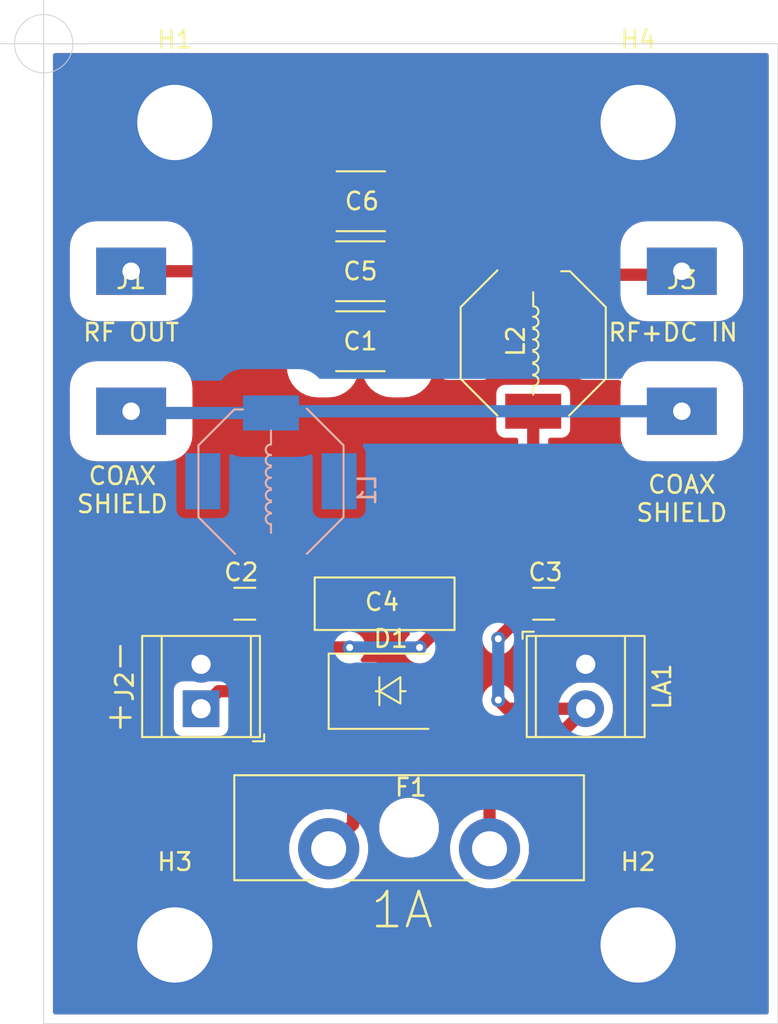
<source format=kicad_pcb>
(kicad_pcb (version 20171130) (host pcbnew 5.1.6-c6e7f7d~87~ubuntu20.04.1)

  (general
    (thickness 1.6)
    (drawings 19)
    (tracks 52)
    (zones 0)
    (modules 18)
    (nets 7)
  )

  (page A4)
  (layers
    (0 F.Cu signal hide)
    (31 B.Cu signal)
    (32 B.Adhes user)
    (33 F.Adhes user)
    (34 B.Paste user)
    (35 F.Paste user)
    (36 B.SilkS user)
    (37 F.SilkS user)
    (38 B.Mask user)
    (39 F.Mask user)
    (40 Dwgs.User user)
    (41 Cmts.User user)
    (42 Eco1.User user)
    (43 Eco2.User user)
    (44 Edge.Cuts user)
    (45 Margin user)
    (46 B.CrtYd user)
    (47 F.CrtYd user)
    (48 B.Fab user)
    (49 F.Fab user)
  )

  (setup
    (last_trace_width 0.7)
    (trace_clearance 0.2)
    (zone_clearance 0.508)
    (zone_45_only no)
    (trace_min 0.2)
    (via_size 0.8)
    (via_drill 0.4)
    (via_min_size 0.4)
    (via_min_drill 0.3)
    (uvia_size 0.3)
    (uvia_drill 0.1)
    (uvias_allowed no)
    (uvia_min_size 0.2)
    (uvia_min_drill 0.1)
    (edge_width 0.05)
    (segment_width 0.2)
    (pcb_text_width 0.3)
    (pcb_text_size 1.5 1.5)
    (mod_edge_width 0.12)
    (mod_text_size 1 1)
    (mod_text_width 0.15)
    (pad_size 2 3.2)
    (pad_drill 0)
    (pad_to_mask_clearance 0.05)
    (aux_axis_origin 37 19)
    (visible_elements FFFFFF7F)
    (pcbplotparams
      (layerselection 0x010ff_ffffffff)
      (usegerberextensions false)
      (usegerberattributes true)
      (usegerberadvancedattributes true)
      (creategerberjobfile true)
      (excludeedgelayer true)
      (linewidth 0.100000)
      (plotframeref false)
      (viasonmask false)
      (mode 1)
      (useauxorigin false)
      (hpglpennumber 1)
      (hpglpenspeed 20)
      (hpglpendiameter 15.000000)
      (psnegative false)
      (psa4output false)
      (plotreference true)
      (plotvalue true)
      (plotinvisibletext false)
      (padsonsilk false)
      (subtractmaskfromsilk false)
      (outputformat 1)
      (mirror false)
      (drillshape 0)
      (scaleselection 1)
      (outputdirectory "gerbers/"))
  )

  (net 0 "")
  (net 1 /RF+DC)
  (net 2 /RF)
  (net 3 /RF-GND)
  (net 4 "Net-(D1-Pad1)")
  (net 5 /GND)
  (net 6 "Net-(C2-Pad1)")

  (net_class Default "This is the default net class."
    (clearance 0.2)
    (trace_width 0.7)
    (via_dia 0.8)
    (via_drill 0.4)
    (uvia_dia 0.3)
    (uvia_drill 0.1)
    (add_net /GND)
    (add_net "Net-(C2-Pad1)")
    (add_net "Net-(D1-Pad1)")
  )

  (net_class RF ""
    (clearance 1.5)
    (trace_width 0.7)
    (via_dia 0.8)
    (via_drill 0.4)
    (uvia_dia 0.3)
    (uvia_drill 0.1)
    (add_net /RF)
    (add_net /RF+DC)
  )

  (net_class RF-GND ""
    (clearance 1.5)
    (trace_width 0.7)
    (via_dia 0.8)
    (via_drill 0.4)
    (uvia_dia 0.3)
    (uvia_drill 0.1)
    (add_net /RF-GND)
  )

  (module Teensy:SO-239-pads (layer F.Cu) (tedit 5F48540F) (tstamp 5F484DB4)
    (at 42 32)
    (path /5F47F485)
    (fp_text reference J1 (at 0 0.5) (layer F.SilkS)
      (effects (font (size 1 1) (thickness 0.15)))
    )
    (fp_text value Conn_Coaxial (at 0 -0.5) (layer F.Fab)
      (effects (font (size 1 1) (thickness 0.15)))
    )
    (pad 2 thru_hole rect (at 0 8) (size 4 2.7) (drill 1) (layers *.Cu *.Mask)
      (net 3 /RF-GND))
    (pad 1 thru_hole rect (at 0 0) (size 4 2.7) (drill 1) (layers *.Cu *.Mask)
      (net 2 /RF))
  )

  (module TerminalBlock_TE-Connectivity:TerminalBlock_TE_282834-2_1x02_P2.54mm_Horizontal (layer F.Cu) (tedit 5B1EC513) (tstamp 5F484DD4)
    (at 46 57 90)
    (descr "Terminal Block TE 282834-2, 2 pins, pitch 2.54mm, size 5.54x6.5mm^2, drill diamater 1.1mm, pad diameter 2.1mm, see http://www.te.com/commerce/DocumentDelivery/DDEController?Action=showdoc&DocId=Customer+Drawing%7F282834%7FC1%7Fpdf%7FEnglish%7FENG_CD_282834_C1.pdf, script-generated using https://github.com/pointhi/kicad-footprint-generator/scripts/TerminalBlock_TE-Connectivity")
    (tags "THT Terminal Block TE 282834-2 pitch 2.54mm size 5.54x6.5mm^2 drill 1.1mm pad 2.1mm")
    (path /5F4863C5)
    (fp_text reference J2 (at 1.27 -4.37 90) (layer F.SilkS)
      (effects (font (size 1 1) (thickness 0.15)))
    )
    (fp_text value Screw_Terminal_01x02 (at 1.27 4.37 90) (layer F.Fab)
      (effects (font (size 1 1) (thickness 0.15)))
    )
    (fp_line (start 4.54 -3.75) (end -2 -3.75) (layer F.CrtYd) (width 0.05))
    (fp_line (start 4.54 3.75) (end 4.54 -3.75) (layer F.CrtYd) (width 0.05))
    (fp_line (start -2 3.75) (end 4.54 3.75) (layer F.CrtYd) (width 0.05))
    (fp_line (start -2 -3.75) (end -2 3.75) (layer F.CrtYd) (width 0.05))
    (fp_line (start -1.86 3.61) (end -1.46 3.61) (layer F.SilkS) (width 0.12))
    (fp_line (start -1.86 2.97) (end -1.86 3.61) (layer F.SilkS) (width 0.12))
    (fp_line (start 3.241 -0.835) (end 1.706 0.7) (layer F.Fab) (width 0.1))
    (fp_line (start 3.375 -0.7) (end 1.84 0.835) (layer F.Fab) (width 0.1))
    (fp_line (start 0.701 -0.835) (end -0.835 0.7) (layer F.Fab) (width 0.1))
    (fp_line (start 0.835 -0.7) (end -0.701 0.835) (layer F.Fab) (width 0.1))
    (fp_line (start 4.16 -3.37) (end 4.16 3.37) (layer F.SilkS) (width 0.12))
    (fp_line (start -1.62 -3.37) (end -1.62 3.37) (layer F.SilkS) (width 0.12))
    (fp_line (start -1.62 3.37) (end 4.16 3.37) (layer F.SilkS) (width 0.12))
    (fp_line (start -1.62 -3.37) (end 4.16 -3.37) (layer F.SilkS) (width 0.12))
    (fp_line (start -1.62 -2.25) (end 4.16 -2.25) (layer F.SilkS) (width 0.12))
    (fp_line (start -1.5 -2.25) (end 4.04 -2.25) (layer F.Fab) (width 0.1))
    (fp_line (start -1.62 2.85) (end 4.16 2.85) (layer F.SilkS) (width 0.12))
    (fp_line (start -1.5 2.85) (end 4.04 2.85) (layer F.Fab) (width 0.1))
    (fp_line (start -1.5 2.85) (end -1.5 -3.25) (layer F.Fab) (width 0.1))
    (fp_line (start -1.1 3.25) (end -1.5 2.85) (layer F.Fab) (width 0.1))
    (fp_line (start 4.04 3.25) (end -1.1 3.25) (layer F.Fab) (width 0.1))
    (fp_line (start 4.04 -3.25) (end 4.04 3.25) (layer F.Fab) (width 0.1))
    (fp_line (start -1.5 -3.25) (end 4.04 -3.25) (layer F.Fab) (width 0.1))
    (fp_circle (center 2.54 0) (end 3.64 0) (layer F.Fab) (width 0.1))
    (fp_circle (center 0 0) (end 1.1 0) (layer F.Fab) (width 0.1))
    (fp_text user %R (at 1.27 2 90) (layer F.Fab)
      (effects (font (size 1 1) (thickness 0.15)))
    )
    (pad 2 thru_hole circle (at 2.54 0 90) (size 2.1 2.1) (drill 1.1) (layers *.Cu *.Mask)
      (net 5 /GND))
    (pad 1 thru_hole rect (at 0 0 90) (size 2.1 2.1) (drill 1.1) (layers *.Cu *.Mask)
      (net 4 "Net-(D1-Pad1)"))
    (model ${KISYS3DMOD}/TerminalBlock_TE-Connectivity.3dshapes/TerminalBlock_TE_282834-2_1x02_P2.54mm_Horizontal.wrl
      (at (xyz 0 0 0))
      (scale (xyz 1 1 1))
      (rotate (xyz 0 0 0))
    )
  )

  (module Teensy:SO-239-pads (layer F.Cu) (tedit 5F48540F) (tstamp 5F484DDA)
    (at 73.5 32)
    (path /5F487404)
    (fp_text reference J3 (at 0 0.5) (layer F.SilkS)
      (effects (font (size 1 1) (thickness 0.15)))
    )
    (fp_text value Conn_Coaxial (at 0 -0.5) (layer F.Fab)
      (effects (font (size 1 1) (thickness 0.15)))
    )
    (pad 2 thru_hole rect (at 0 8) (size 4 2.7) (drill 1) (layers *.Cu *.Mask)
      (net 3 /RF-GND))
    (pad 1 thru_hole rect (at 0 0) (size 4 2.7) (drill 1) (layers *.Cu *.Mask)
      (net 1 /RF+DC))
  )

  (module TerminalBlock_TE-Connectivity:TerminalBlock_TE_282834-2_1x02_P2.54mm_Horizontal (layer F.Cu) (tedit 5B1EC513) (tstamp 5F485338)
    (at 68 54.46 270)
    (descr "Terminal Block TE 282834-2, 2 pins, pitch 2.54mm, size 5.54x6.5mm^2, drill diamater 1.1mm, pad diameter 2.1mm, see http://www.te.com/commerce/DocumentDelivery/DDEController?Action=showdoc&DocId=Customer+Drawing%7F282834%7FC1%7Fpdf%7FEnglish%7FENG_CD_282834_C1.pdf, script-generated using https://github.com/pointhi/kicad-footprint-generator/scripts/TerminalBlock_TE-Connectivity")
    (tags "THT Terminal Block TE 282834-2 pitch 2.54mm size 5.54x6.5mm^2 drill 1.1mm pad 2.1mm")
    (path /5F47E357)
    (fp_text reference LA1 (at 1.27 -4.37 90) (layer F.SilkS)
      (effects (font (size 1 1) (thickness 0.15)))
    )
    (fp_text value 282834-2 (at 1.27 4.37 90) (layer F.Fab)
      (effects (font (size 1 1) (thickness 0.15)))
    )
    (fp_line (start 4.54 -3.75) (end -2 -3.75) (layer F.CrtYd) (width 0.05))
    (fp_line (start 4.54 3.75) (end 4.54 -3.75) (layer F.CrtYd) (width 0.05))
    (fp_line (start -2 3.75) (end 4.54 3.75) (layer F.CrtYd) (width 0.05))
    (fp_line (start -2 -3.75) (end -2 3.75) (layer F.CrtYd) (width 0.05))
    (fp_line (start -1.86 3.61) (end -1.46 3.61) (layer F.SilkS) (width 0.12))
    (fp_line (start -1.86 2.97) (end -1.86 3.61) (layer F.SilkS) (width 0.12))
    (fp_line (start 3.241 -0.835) (end 1.706 0.7) (layer F.Fab) (width 0.1))
    (fp_line (start 3.375 -0.7) (end 1.84 0.835) (layer F.Fab) (width 0.1))
    (fp_line (start 0.701 -0.835) (end -0.835 0.7) (layer F.Fab) (width 0.1))
    (fp_line (start 0.835 -0.7) (end -0.701 0.835) (layer F.Fab) (width 0.1))
    (fp_line (start 4.16 -3.37) (end 4.16 3.37) (layer F.SilkS) (width 0.12))
    (fp_line (start -1.62 -3.37) (end -1.62 3.37) (layer F.SilkS) (width 0.12))
    (fp_line (start -1.62 3.37) (end 4.16 3.37) (layer F.SilkS) (width 0.12))
    (fp_line (start -1.62 -3.37) (end 4.16 -3.37) (layer F.SilkS) (width 0.12))
    (fp_line (start -1.62 -2.25) (end 4.16 -2.25) (layer F.SilkS) (width 0.12))
    (fp_line (start -1.5 -2.25) (end 4.04 -2.25) (layer F.Fab) (width 0.1))
    (fp_line (start -1.62 2.85) (end 4.16 2.85) (layer F.SilkS) (width 0.12))
    (fp_line (start -1.5 2.85) (end 4.04 2.85) (layer F.Fab) (width 0.1))
    (fp_line (start -1.5 2.85) (end -1.5 -3.25) (layer F.Fab) (width 0.1))
    (fp_line (start -1.1 3.25) (end -1.5 2.85) (layer F.Fab) (width 0.1))
    (fp_line (start 4.04 3.25) (end -1.1 3.25) (layer F.Fab) (width 0.1))
    (fp_line (start 4.04 -3.25) (end 4.04 3.25) (layer F.Fab) (width 0.1))
    (fp_line (start -1.5 -3.25) (end 4.04 -3.25) (layer F.Fab) (width 0.1))
    (fp_circle (center 2.54 0) (end 3.64 0) (layer F.Fab) (width 0.1))
    (fp_circle (center 0 0) (end 1.1 0) (layer F.Fab) (width 0.1))
    (fp_text user %R (at 1.27 2 90) (layer F.Fab)
      (effects (font (size 1 1) (thickness 0.15)))
    )
    (pad 2 thru_hole circle (at 2.54 0 270) (size 2.1 2.1) (drill 1.1) (layers *.Cu *.Mask)
      (net 6 "Net-(C2-Pad1)"))
    (pad 1 thru_hole rect (at 0 0 270) (size 2.1 2.1) (drill 1.1) (layers *.Cu *.Mask)
      (net 5 /GND))
    (model ${KISYS3DMOD}/TerminalBlock_TE-Connectivity.3dshapes/TerminalBlock_TE_282834-2_1x02_P2.54mm_Horizontal.wrl
      (at (xyz 0 0 0))
      (scale (xyz 1 1 1))
      (rotate (xyz 0 0 0))
    )
  )

  (module MountingHole:MountingHole_4.3mm_M4_DIN965_Pad (layer F.Cu) (tedit 5F4DCA36) (tstamp 5F48B279)
    (at 44.5 23.5)
    (descr "Mounting Hole 4.3mm, M4, DIN965")
    (tags "mounting hole 4.3mm m4 din965")
    (path /5F4A2A63)
    (attr virtual)
    (fp_text reference H1 (at 0 -4.75) (layer F.SilkS)
      (effects (font (size 1 1) (thickness 0.15)))
    )
    (fp_text value MountingHole_Pad (at 0 4.75) (layer F.Fab)
      (effects (font (size 1 1) (thickness 0.15)))
    )
    (fp_circle (center 0 0) (end 3.75 0) (layer Cmts.User) (width 0.15))
    (fp_circle (center 0 0) (end 4 0) (layer F.CrtYd) (width 0.05))
    (fp_text user %R (at 0.3 0) (layer F.Fab)
      (effects (font (size 1 1) (thickness 0.15)))
    )
    (pad 1 thru_hole circle (at 0 0) (size 7.5 7.5) (drill 4.3) (layers *.Cu *.Mask)
      (net 5 /GND))
  )

  (module MountingHole:MountingHole_4.3mm_M4_DIN965_Pad (layer F.Cu) (tedit 5F4DBAEC) (tstamp 5F48B281)
    (at 71 70.5)
    (descr "Mounting Hole 4.3mm, M4, DIN965")
    (tags "mounting hole 4.3mm m4 din965")
    (path /5F4A4543)
    (attr virtual)
    (fp_text reference H2 (at 0 -4.75) (layer F.SilkS)
      (effects (font (size 1 1) (thickness 0.15)))
    )
    (fp_text value MountingHole_Pad (at 0 4.75) (layer F.Fab)
      (effects (font (size 1 1) (thickness 0.15)))
    )
    (fp_circle (center 0 0) (end 4 0) (layer F.CrtYd) (width 0.05))
    (fp_circle (center 0 0) (end 3.75 0) (layer Cmts.User) (width 0.15))
    (fp_text user %R (at 0.3 0) (layer F.Fab)
      (effects (font (size 1 1) (thickness 0.15)))
    )
    (pad 1 thru_hole circle (at 0 0) (size 7.5 7.5) (drill 4.3) (layers *.Cu *.Mask)
      (net 5 /GND))
  )

  (module MountingHole:MountingHole_4.3mm_M4_DIN965_Pad (layer F.Cu) (tedit 5F4DBAE1) (tstamp 5F48B289)
    (at 44.5 70.5)
    (descr "Mounting Hole 4.3mm, M4, DIN965")
    (tags "mounting hole 4.3mm m4 din965")
    (path /5F4A2DF5)
    (attr virtual)
    (fp_text reference H3 (at 0 -4.75) (layer F.SilkS)
      (effects (font (size 1 1) (thickness 0.15)))
    )
    (fp_text value MountingHole_Pad (at 0 4.75) (layer F.Fab)
      (effects (font (size 1 1) (thickness 0.15)))
    )
    (fp_circle (center 0 0) (end 4 0) (layer F.CrtYd) (width 0.05))
    (fp_circle (center 0 0) (end 3.75 0) (layer Cmts.User) (width 0.15))
    (fp_text user %R (at 0.3 0) (layer F.Fab)
      (effects (font (size 1 1) (thickness 0.15)))
    )
    (pad 1 thru_hole circle (at 0 0) (size 7.5 7.5) (drill 4.3) (layers *.Cu *.Mask)
      (net 5 /GND))
  )

  (module MountingHole:MountingHole_4.3mm_M4_DIN965_Pad (layer F.Cu) (tedit 5F4DBAD6) (tstamp 5F48B291)
    (at 71 23.5)
    (descr "Mounting Hole 4.3mm, M4, DIN965")
    (tags "mounting hole 4.3mm m4 din965")
    (path /5F4A453D)
    (attr virtual)
    (fp_text reference H4 (at 0 -4.75) (layer F.SilkS)
      (effects (font (size 1 1) (thickness 0.15)))
    )
    (fp_text value MountingHole_Pad (at 0 4.75) (layer F.Fab)
      (effects (font (size 1 1) (thickness 0.15)))
    )
    (fp_circle (center 0 0) (end 3.75 0) (layer Cmts.User) (width 0.15))
    (fp_circle (center 0 0) (end 4 0) (layer F.CrtYd) (width 0.05))
    (fp_text user %R (at 0.3 0) (layer F.Fab)
      (effects (font (size 1 1) (thickness 0.15)))
    )
    (pad 1 thru_hole circle (at 0 0) (size 7.5 7.5) (drill 4.3) (layers *.Cu *.Mask)
      (net 5 /GND))
  )

  (module Capacitor_SMD:C_1812_4532Metric (layer F.Cu) (tedit 5B301BBE) (tstamp 5F4E0819)
    (at 55.1125 36 180)
    (descr "Capacitor SMD 1812 (4532 Metric), square (rectangular) end terminal, IPC_7351 nominal, (Body size source: https://www.nikhef.nl/pub/departments/mt/projects/detectorR_D/dtddice/ERJ2G.pdf), generated with kicad-footprint-generator")
    (tags capacitor)
    (path /5F4A4B2C)
    (attr smd)
    (fp_text reference C1 (at 0 0) (layer F.SilkS)
      (effects (font (size 1 1) (thickness 0.15)))
    )
    (fp_text value 0.01uF (at 0 2.65) (layer F.Fab)
      (effects (font (size 1 1) (thickness 0.15)))
    )
    (fp_line (start -2.25 1.6) (end -2.25 -1.6) (layer F.Fab) (width 0.1))
    (fp_line (start -2.25 -1.6) (end 2.25 -1.6) (layer F.Fab) (width 0.1))
    (fp_line (start 2.25 -1.6) (end 2.25 1.6) (layer F.Fab) (width 0.1))
    (fp_line (start 2.25 1.6) (end -2.25 1.6) (layer F.Fab) (width 0.1))
    (fp_line (start -1.386252 -1.71) (end 1.386252 -1.71) (layer F.SilkS) (width 0.12))
    (fp_line (start -1.386252 1.71) (end 1.386252 1.71) (layer F.SilkS) (width 0.12))
    (fp_line (start -2.95 1.95) (end -2.95 -1.95) (layer F.CrtYd) (width 0.05))
    (fp_line (start -2.95 -1.95) (end 2.95 -1.95) (layer F.CrtYd) (width 0.05))
    (fp_line (start 2.95 -1.95) (end 2.95 1.95) (layer F.CrtYd) (width 0.05))
    (fp_line (start 2.95 1.95) (end -2.95 1.95) (layer F.CrtYd) (width 0.05))
    (fp_text user %R (at 0 0) (layer F.Fab)
      (effects (font (size 1 1) (thickness 0.15)))
    )
    (pad 1 smd roundrect (at -2.1375 0 180) (size 1.125 3.4) (layers F.Cu F.Paste F.Mask) (roundrect_rratio 0.222222)
      (net 1 /RF+DC))
    (pad 2 smd roundrect (at 2.1375 0 180) (size 1.125 3.4) (layers F.Cu F.Paste F.Mask) (roundrect_rratio 0.222222)
      (net 2 /RF))
    (model ${KISYS3DMOD}/Capacitor_SMD.3dshapes/C_1812_4532Metric.wrl
      (at (xyz 0 0 0))
      (scale (xyz 1 1 1))
      (rotate (xyz 0 0 0))
    )
  )

  (module Capacitor_SMD:C_1206_3216Metric (layer F.Cu) (tedit 5B301BBE) (tstamp 5F4E081A)
    (at 48.5 51 180)
    (descr "Capacitor SMD 1206 (3216 Metric), square (rectangular) end terminal, IPC_7351 nominal, (Body size source: http://www.tortai-tech.com/upload/download/2011102023233369053.pdf), generated with kicad-footprint-generator")
    (tags capacitor)
    (path /5F495578)
    (attr smd)
    (fp_text reference C2 (at 0.2 1.8) (layer F.SilkS)
      (effects (font (size 1 1) (thickness 0.15)))
    )
    (fp_text value "CER 10000PF 1000V X7R 1206 " (at 0 1.82) (layer F.Fab)
      (effects (font (size 1 1) (thickness 0.15)))
    )
    (fp_line (start 2.28 1.12) (end -2.28 1.12) (layer F.CrtYd) (width 0.05))
    (fp_line (start 2.28 -1.12) (end 2.28 1.12) (layer F.CrtYd) (width 0.05))
    (fp_line (start -2.28 -1.12) (end 2.28 -1.12) (layer F.CrtYd) (width 0.05))
    (fp_line (start -2.28 1.12) (end -2.28 -1.12) (layer F.CrtYd) (width 0.05))
    (fp_line (start -0.602064 0.91) (end 0.602064 0.91) (layer F.SilkS) (width 0.12))
    (fp_line (start -0.602064 -0.91) (end 0.602064 -0.91) (layer F.SilkS) (width 0.12))
    (fp_line (start 1.6 0.8) (end -1.6 0.8) (layer F.Fab) (width 0.1))
    (fp_line (start 1.6 -0.8) (end 1.6 0.8) (layer F.Fab) (width 0.1))
    (fp_line (start -1.6 -0.8) (end 1.6 -0.8) (layer F.Fab) (width 0.1))
    (fp_line (start -1.6 0.8) (end -1.6 -0.8) (layer F.Fab) (width 0.1))
    (fp_text user %R (at 0 0) (layer F.Fab)
      (effects (font (size 0.8 0.8) (thickness 0.12)))
    )
    (pad 2 smd roundrect (at 1.4 0 180) (size 1.25 1.75) (layers F.Cu F.Paste F.Mask) (roundrect_rratio 0.2)
      (net 5 /GND))
    (pad 1 smd roundrect (at -1.4 0 180) (size 1.25 1.75) (layers F.Cu F.Paste F.Mask) (roundrect_rratio 0.2)
      (net 6 "Net-(C2-Pad1)"))
    (model ${KISYS3DMOD}/Capacitor_SMD.3dshapes/C_1206_3216Metric.wrl
      (at (xyz 0 0 0))
      (scale (xyz 1 1 1))
      (rotate (xyz 0 0 0))
    )
  )

  (module Capacitor_SMD:C_1206_3216Metric (layer F.Cu) (tedit 5B301BBE) (tstamp 5F4E082A)
    (at 65.6 51)
    (descr "Capacitor SMD 1206 (3216 Metric), square (rectangular) end terminal, IPC_7351 nominal, (Body size source: http://www.tortai-tech.com/upload/download/2011102023233369053.pdf), generated with kicad-footprint-generator")
    (tags capacitor)
    (path /5F495BD6)
    (attr smd)
    (fp_text reference C3 (at 0.1 -1.8) (layer F.SilkS)
      (effects (font (size 1 1) (thickness 0.15)))
    )
    (fp_text value "CER 100PF 1KV C0G/NP0 1206 " (at 0 1.82) (layer F.Fab)
      (effects (font (size 1 1) (thickness 0.15)))
    )
    (fp_line (start -1.6 0.8) (end -1.6 -0.8) (layer F.Fab) (width 0.1))
    (fp_line (start -1.6 -0.8) (end 1.6 -0.8) (layer F.Fab) (width 0.1))
    (fp_line (start 1.6 -0.8) (end 1.6 0.8) (layer F.Fab) (width 0.1))
    (fp_line (start 1.6 0.8) (end -1.6 0.8) (layer F.Fab) (width 0.1))
    (fp_line (start -0.602064 -0.91) (end 0.602064 -0.91) (layer F.SilkS) (width 0.12))
    (fp_line (start -0.602064 0.91) (end 0.602064 0.91) (layer F.SilkS) (width 0.12))
    (fp_line (start -2.28 1.12) (end -2.28 -1.12) (layer F.CrtYd) (width 0.05))
    (fp_line (start -2.28 -1.12) (end 2.28 -1.12) (layer F.CrtYd) (width 0.05))
    (fp_line (start 2.28 -1.12) (end 2.28 1.12) (layer F.CrtYd) (width 0.05))
    (fp_line (start 2.28 1.12) (end -2.28 1.12) (layer F.CrtYd) (width 0.05))
    (fp_text user %R (at 0 0) (layer F.Fab)
      (effects (font (size 0.8 0.8) (thickness 0.12)))
    )
    (pad 1 smd roundrect (at -1.4 0) (size 1.25 1.75) (layers F.Cu F.Paste F.Mask) (roundrect_rratio 0.2)
      (net 6 "Net-(C2-Pad1)"))
    (pad 2 smd roundrect (at 1.4 0) (size 1.25 1.75) (layers F.Cu F.Paste F.Mask) (roundrect_rratio 0.2)
      (net 5 /GND))
    (model ${KISYS3DMOD}/Capacitor_SMD.3dshapes/C_1206_3216Metric.wrl
      (at (xyz 0 0 0))
      (scale (xyz 1 1 1))
      (rotate (xyz 0 0 0))
    )
  )

  (module Teensy:C_1808_4520_Metric (layer F.Cu) (tedit 5F4DB36B) (tstamp 5F4E083A)
    (at 56.5 51 180)
    (path /5F496F3F)
    (fp_text reference C4 (at 0.15 0.1) (layer F.SilkS)
      (effects (font (size 1 1) (thickness 0.15)))
    )
    (fp_text value "CER 1000PF 1KV X7R 1808 " (at 0 -2.25) (layer F.Fab)
      (effects (font (size 1 1) (thickness 0.15)))
    )
    (fp_line (start -4 -1.5) (end 4 -1.5) (layer F.SilkS) (width 0.12))
    (fp_line (start 4 -1.5) (end 4 1.5) (layer F.SilkS) (width 0.12))
    (fp_line (start 4 1.5) (end -4 1.5) (layer F.SilkS) (width 0.12))
    (fp_line (start -4 1.5) (end -4 -1.5) (layer F.SilkS) (width 0.12))
    (pad 1 smd rect (at -2.75 0 180) (size 2 2.5) (layers F.Cu F.Paste F.Mask)
      (net 6 "Net-(C2-Pad1)"))
    (pad 2 smd rect (at 2.75 0 180) (size 2 2.5) (layers F.Cu F.Paste F.Mask)
      (net 5 /GND))
  )

  (module Capacitor_SMD:C_1812_4532Metric (layer F.Cu) (tedit 5B301BBE) (tstamp 5F4E0853)
    (at 55.1125 32 180)
    (descr "Capacitor SMD 1812 (4532 Metric), square (rectangular) end terminal, IPC_7351 nominal, (Body size source: https://www.nikhef.nl/pub/departments/mt/projects/detectorR_D/dtddice/ERJ2G.pdf), generated with kicad-footprint-generator")
    (tags capacitor)
    (path /5F4DE61E)
    (attr smd)
    (fp_text reference C5 (at 0 0) (layer F.SilkS)
      (effects (font (size 1 1) (thickness 0.15)))
    )
    (fp_text value 0.01uF (at 0 2.65) (layer F.Fab)
      (effects (font (size 1 1) (thickness 0.15)))
    )
    (fp_line (start -2.25 1.6) (end -2.25 -1.6) (layer F.Fab) (width 0.1))
    (fp_line (start -2.25 -1.6) (end 2.25 -1.6) (layer F.Fab) (width 0.1))
    (fp_line (start 2.25 -1.6) (end 2.25 1.6) (layer F.Fab) (width 0.1))
    (fp_line (start 2.25 1.6) (end -2.25 1.6) (layer F.Fab) (width 0.1))
    (fp_line (start -1.386252 -1.71) (end 1.386252 -1.71) (layer F.SilkS) (width 0.12))
    (fp_line (start -1.386252 1.71) (end 1.386252 1.71) (layer F.SilkS) (width 0.12))
    (fp_line (start -2.95 1.95) (end -2.95 -1.95) (layer F.CrtYd) (width 0.05))
    (fp_line (start -2.95 -1.95) (end 2.95 -1.95) (layer F.CrtYd) (width 0.05))
    (fp_line (start 2.95 -1.95) (end 2.95 1.95) (layer F.CrtYd) (width 0.05))
    (fp_line (start 2.95 1.95) (end -2.95 1.95) (layer F.CrtYd) (width 0.05))
    (fp_text user %R (at 0 0) (layer F.Fab)
      (effects (font (size 1 1) (thickness 0.15)))
    )
    (pad 1 smd roundrect (at -2.1375 0 180) (size 1.125 3.4) (layers F.Cu F.Paste F.Mask) (roundrect_rratio 0.222222)
      (net 1 /RF+DC))
    (pad 2 smd roundrect (at 2.1375 0 180) (size 1.125 3.4) (layers F.Cu F.Paste F.Mask) (roundrect_rratio 0.222222)
      (net 2 /RF))
    (model ${KISYS3DMOD}/Capacitor_SMD.3dshapes/C_1812_4532Metric.wrl
      (at (xyz 0 0 0))
      (scale (xyz 1 1 1))
      (rotate (xyz 0 0 0))
    )
  )

  (module Capacitor_SMD:C_1812_4532Metric (layer F.Cu) (tedit 5B301BBE) (tstamp 5F4E0864)
    (at 55.1375 28 180)
    (descr "Capacitor SMD 1812 (4532 Metric), square (rectangular) end terminal, IPC_7351 nominal, (Body size source: https://www.nikhef.nl/pub/departments/mt/projects/detectorR_D/dtddice/ERJ2G.pdf), generated with kicad-footprint-generator")
    (tags capacitor)
    (path /5F4DDC12)
    (attr smd)
    (fp_text reference C6 (at -0.0625 0) (layer F.SilkS)
      (effects (font (size 1 1) (thickness 0.15)))
    )
    (fp_text value 0.01uF (at 0 2.65) (layer F.Fab)
      (effects (font (size 1 1) (thickness 0.15)))
    )
    (fp_line (start 2.95 1.95) (end -2.95 1.95) (layer F.CrtYd) (width 0.05))
    (fp_line (start 2.95 -1.95) (end 2.95 1.95) (layer F.CrtYd) (width 0.05))
    (fp_line (start -2.95 -1.95) (end 2.95 -1.95) (layer F.CrtYd) (width 0.05))
    (fp_line (start -2.95 1.95) (end -2.95 -1.95) (layer F.CrtYd) (width 0.05))
    (fp_line (start -1.386252 1.71) (end 1.386252 1.71) (layer F.SilkS) (width 0.12))
    (fp_line (start -1.386252 -1.71) (end 1.386252 -1.71) (layer F.SilkS) (width 0.12))
    (fp_line (start 2.25 1.6) (end -2.25 1.6) (layer F.Fab) (width 0.1))
    (fp_line (start 2.25 -1.6) (end 2.25 1.6) (layer F.Fab) (width 0.1))
    (fp_line (start -2.25 -1.6) (end 2.25 -1.6) (layer F.Fab) (width 0.1))
    (fp_line (start -2.25 1.6) (end -2.25 -1.6) (layer F.Fab) (width 0.1))
    (fp_text user %R (at 0 0) (layer F.Fab)
      (effects (font (size 1 1) (thickness 0.15)))
    )
    (pad 2 smd roundrect (at 2.1375 0 180) (size 1.125 3.4) (layers F.Cu F.Paste F.Mask) (roundrect_rratio 0.222222)
      (net 2 /RF))
    (pad 1 smd roundrect (at -2.1375 0 180) (size 1.125 3.4) (layers F.Cu F.Paste F.Mask) (roundrect_rratio 0.222222)
      (net 1 /RF+DC))
    (model ${KISYS3DMOD}/Capacitor_SMD.3dshapes/C_1812_4532Metric.wrl
      (at (xyz 0 0 0))
      (scale (xyz 1 1 1))
      (rotate (xyz 0 0 0))
    )
  )

  (module Diode_SMD:D_SMB (layer F.Cu) (tedit 58645DF3) (tstamp 5F4E0865)
    (at 56.85 56)
    (descr "Diode SMB (DO-214AA)")
    (tags "Diode SMB (DO-214AA)")
    (path /5F487EB2)
    (attr smd)
    (fp_text reference D1 (at 0 -3) (layer F.SilkS)
      (effects (font (size 1 1) (thickness 0.15)))
    )
    (fp_text value "RS1MB-13-F " (at 0 3.1) (layer F.Fab)
      (effects (font (size 1 1) (thickness 0.15)))
    )
    (fp_line (start -3.55 -2.15) (end -3.55 2.15) (layer F.SilkS) (width 0.12))
    (fp_line (start 2.3 2) (end -2.3 2) (layer F.Fab) (width 0.1))
    (fp_line (start -2.3 2) (end -2.3 -2) (layer F.Fab) (width 0.1))
    (fp_line (start 2.3 -2) (end 2.3 2) (layer F.Fab) (width 0.1))
    (fp_line (start 2.3 -2) (end -2.3 -2) (layer F.Fab) (width 0.1))
    (fp_line (start -3.65 -2.25) (end 3.65 -2.25) (layer F.CrtYd) (width 0.05))
    (fp_line (start 3.65 -2.25) (end 3.65 2.25) (layer F.CrtYd) (width 0.05))
    (fp_line (start 3.65 2.25) (end -3.65 2.25) (layer F.CrtYd) (width 0.05))
    (fp_line (start -3.65 2.25) (end -3.65 -2.25) (layer F.CrtYd) (width 0.05))
    (fp_line (start -0.64944 0.00102) (end -1.55114 0.00102) (layer F.Fab) (width 0.1))
    (fp_line (start 0.50118 0.00102) (end 1.4994 0.00102) (layer F.Fab) (width 0.1))
    (fp_line (start -0.64944 -0.79908) (end -0.64944 0.80112) (layer F.Fab) (width 0.1))
    (fp_line (start 0.50118 0.75032) (end 0.50118 -0.79908) (layer F.Fab) (width 0.1))
    (fp_line (start -0.64944 0.00102) (end 0.50118 0.75032) (layer F.Fab) (width 0.1))
    (fp_line (start -0.64944 0.00102) (end 0.50118 -0.79908) (layer F.Fab) (width 0.1))
    (fp_line (start -3.55 2.15) (end 2.15 2.15) (layer F.SilkS) (width 0.12))
    (fp_line (start -3.55 -2.15) (end 2.15 -2.15) (layer F.SilkS) (width 0.12))
    (fp_text user %R (at 0 -3) (layer F.Fab)
      (effects (font (size 1 1) (thickness 0.15)))
    )
    (pad 1 smd rect (at -2.15 0) (size 2.5 2.3) (layers F.Cu F.Paste F.Mask)
      (net 4 "Net-(D1-Pad1)"))
    (pad 2 smd rect (at 2.15 0) (size 2.5 2.3) (layers F.Cu F.Paste F.Mask)
      (net 5 /GND))
    (model ${KISYS3DMOD}/Diode_SMD.3dshapes/D_SMB.wrl
      (at (xyz 0 0 0))
      (scale (xyz 1 1 1))
      (rotate (xyz 0 0 0))
    )
  )

  (module Fuse:Fuseholder_Blade_ATO_Littelfuse_Pudenz_2_Pin (layer F.Cu) (tedit 5A1C8E73) (tstamp 5F4E0891)
    (at 62.5 65 180)
    (descr "Fuseholder ATO Blade littelfuse Pudenz 2 Pin")
    (tags "Fuseholder ATO Blade littelfuse Pudenz 2 Pin")
    (path /5F4C1FDC)
    (fp_text reference F1 (at 4.5 3.5) (layer F.SilkS)
      (effects (font (size 1 1) (thickness 0.15)))
    )
    (fp_text value Fuse (at 5 3.5) (layer F.Fab)
      (effects (font (size 1 1) (thickness 0.15)))
    )
    (fp_line (start -5.35 -1.75) (end 14.55 -1.75) (layer F.Fab) (width 0.1))
    (fp_line (start 14.55 -1.75) (end 14.55 4.15) (layer F.Fab) (width 0.1))
    (fp_line (start 14.55 4.15) (end -5.35 4.15) (layer F.Fab) (width 0.1))
    (fp_line (start -5.35 4.15) (end -5.35 -1.75) (layer F.Fab) (width 0.1))
    (fp_line (start -5.4 -1.8) (end -0.81 -1.8) (layer F.SilkS) (width 0.12))
    (fp_line (start 14.6 -1.8) (end 14.6 4.2) (layer F.SilkS) (width 0.12))
    (fp_line (start 14.6 4.2) (end -5.4 4.2) (layer F.SilkS) (width 0.12))
    (fp_line (start -5.4 4.2) (end -5.4 -1.8) (layer F.SilkS) (width 0.12))
    (fp_line (start 0.81 -1.8) (end 8.38 -1.8) (layer F.SilkS) (width 0.12))
    (fp_line (start -5.65 -2.05) (end 14.85 -2.05) (layer F.CrtYd) (width 0.05))
    (fp_line (start -5.65 -2.05) (end -5.65 4.45) (layer F.CrtYd) (width 0.05))
    (fp_line (start 14.85 4.45) (end 14.85 -2.05) (layer F.CrtYd) (width 0.05))
    (fp_line (start 14.85 4.45) (end -5.65 4.45) (layer F.CrtYd) (width 0.05))
    (fp_line (start 10.02 -1.8) (end 14.6 -1.8) (layer F.SilkS) (width 0.12))
    (fp_text user %R (at 4.5 3.5) (layer F.Fab)
      (effects (font (size 1 1) (thickness 0.15)))
    )
    (pad 1 thru_hole circle (at 0 0 180) (size 3.5 3.5) (drill 2) (layers *.Cu *.Mask)
      (net 6 "Net-(C2-Pad1)"))
    (pad "" np_thru_hole circle (at 4.6 1.2 180) (size 2.4 2.4) (drill 2.4) (layers *.Cu *.Mask))
    (pad 2 thru_hole circle (at 9.2 0 180) (size 3.5 3.5) (drill 2) (layers *.Cu *.Mask)
      (net 4 "Net-(D1-Pad1)"))
    (model ${KISYS3DMOD}/Fuse.3dshapes/Fuseholder_Blade_ATO_Littelfuse_Pudenz_2_Pin.wrl
      (at (xyz 0 0 0))
      (scale (xyz 1 1 1))
      (rotate (xyz 0 0 0))
    )
  )

  (module Inductor_SMD:L_Bourns-SRU8045A-101Y_8.0x8.0mm (layer B.Cu) (tedit 5F4EF2C4) (tstamp 5F4EE585)
    (at 50 44 270)
    (descr "Bourns SRU8045A series SMD inductor")
    (tags "Bourns SRU8045A SMD inductor")
    (path /5F47BE84)
    (attr smd)
    (fp_text reference L1 (at 0.5 -5.5 90) (layer B.SilkS)
      (effects (font (size 1 1) (thickness 0.15)) (justify mirror))
    )
    (fp_text value "SRU8045A-101Y " (at 0 5.1 90) (layer B.Fab)
      (effects (font (size 1 1) (thickness 0.15)) (justify mirror))
    )
    (fp_line (start 2.95 0) (end 2.45 0) (layer B.SilkS) (width 0.12))
    (fp_line (start -2.9 0) (end -2.1 0) (layer B.SilkS) (width 0.12))
    (fp_line (start -4.1 2.1) (end -4.1 1.6) (layer B.SilkS) (width 0.12))
    (fp_line (start -2.05 4.15) (end -4.1 2.1) (layer B.SilkS) (width 0.12))
    (fp_line (start 5.15 4.4) (end 5.15 -4.4) (layer B.CrtYd) (width 0.05))
    (fp_line (start 5.15 -4.4) (end -5.15 -4.4) (layer B.CrtYd) (width 0.05))
    (fp_line (start -5.15 -4.4) (end -5.15 4.4) (layer B.CrtYd) (width 0.05))
    (fp_line (start -5.15 4.4) (end 5.15 4.4) (layer B.CrtYd) (width 0.05))
    (fp_line (start 2.05 4.15) (end 4.15 2.05) (layer B.SilkS) (width 0.12))
    (fp_line (start 2.05 -4.15) (end 4.15 -2.05) (layer B.SilkS) (width 0.12))
    (fp_line (start 2.05 -4.15) (end -2.05 -4.15) (layer B.SilkS) (width 0.12))
    (fp_line (start -2.05 -4.15) (end -4.15 -2.05) (layer B.SilkS) (width 0.12))
    (fp_line (start -2.05 4.15) (end 2.05 4.15) (layer B.SilkS) (width 0.12))
    (fp_line (start 4 2) (end 4 -2) (layer B.Fab) (width 0.1))
    (fp_line (start 4 -2) (end 2 -4) (layer B.Fab) (width 0.1))
    (fp_line (start 2 -4) (end -2 -4) (layer B.Fab) (width 0.1))
    (fp_line (start -2 -4) (end -4 -2) (layer B.Fab) (width 0.1))
    (fp_line (start -4 -2) (end -4 2) (layer B.Fab) (width 0.1))
    (fp_line (start -4 2) (end -2 4) (layer B.Fab) (width 0.1))
    (fp_line (start -2 4) (end 2 4) (layer B.Fab) (width 0.1))
    (fp_line (start 2 4) (end 4 2) (layer B.Fab) (width 0.1))
    (fp_circle (center 0 0) (end 0 3) (layer B.Fab) (width 0.1))
    (fp_arc (start -1.8 0) (end -1.5 0) (angle 180) (layer B.SilkS) (width 0.12))
    (fp_arc (start 0.1 0) (end 0.4 0) (angle 180) (layer B.SilkS) (width 0.12))
    (fp_arc (start 0.8 0) (end 1.1 0) (angle 180) (layer B.SilkS) (width 0.12))
    (fp_arc (start 1.5 0) (end 1.8 0) (angle 180) (layer B.SilkS) (width 0.12))
    (fp_arc (start 2.15 0) (end 2.45 0) (angle 180) (layer B.SilkS) (width 0.12))
    (fp_arc (start -0.5 0) (end -0.2 0) (angle 180) (layer B.SilkS) (width 0.12))
    (fp_arc (start -1.2 0) (end -0.9 0) (angle 180) (layer B.SilkS) (width 0.12))
    (fp_text user %R (at 0.5 -7 90) (layer B.Fab)
      (effects (font (size 1 1) (thickness 0.15)) (justify mirror))
    )
    (pad 4 smd rect (at 0 3.9) (size 2 3.2) (layers B.Cu B.Paste B.Mask))
    (pad 3 connect rect (at 0 -3.9 180) (size 2 3.2) (layers B.Cu B.Mask))
    (pad 2 smd rect (at 3.9 0 270) (size 2 3.2) (layers B.Cu B.Paste B.Mask)
      (net 5 /GND))
    (pad 1 smd rect (at -3.9 0 270) (size 2 3.2) (layers B.Cu B.Paste B.Mask)
      (net 3 /RF-GND))
    (model ${KISYS3DMOD}/Inductor_SMD.3dshapes/L_Bourns-SRU8028_8.0x8.0mm.wrl
      (at (xyz 0 0 0))
      (scale (xyz 1 1 1))
      (rotate (xyz 0 0 0))
    )
  )

  (module Inductor_SMD:L_Bourns-SRU8045A-101Y_8.0x8.0mm (layer F.Cu) (tedit 5F4EF290) (tstamp 5F4EE5AA)
    (at 65 36.1 270)
    (descr "Bourns SRU8045A series SMD inductor")
    (tags "Bourns SRU8045A SMD inductor")
    (path /5F47C93C)
    (attr smd)
    (fp_text reference L2 (at -0.1 1 90) (layer F.SilkS)
      (effects (font (size 1 1) (thickness 0.15)))
    )
    (fp_text value "SRU8045A-101Y " (at 0 -5.1 90) (layer F.Fab)
      (effects (font (size 1 1) (thickness 0.15)))
    )
    (fp_circle (center 0 0) (end 0 -3) (layer F.Fab) (width 0.1))
    (fp_line (start 2 -4) (end 4 -2) (layer F.Fab) (width 0.1))
    (fp_line (start -2 -4) (end 2 -4) (layer F.Fab) (width 0.1))
    (fp_line (start -4 -2) (end -2 -4) (layer F.Fab) (width 0.1))
    (fp_line (start -4 2) (end -4 -2) (layer F.Fab) (width 0.1))
    (fp_line (start -2 4) (end -4 2) (layer F.Fab) (width 0.1))
    (fp_line (start 2 4) (end -2 4) (layer F.Fab) (width 0.1))
    (fp_line (start 4 2) (end 2 4) (layer F.Fab) (width 0.1))
    (fp_line (start 4 -2) (end 4 2) (layer F.Fab) (width 0.1))
    (fp_line (start -2.05 -4.15) (end 2.05 -4.15) (layer F.SilkS) (width 0.12))
    (fp_line (start -2.05 4.15) (end -4.15 2.05) (layer F.SilkS) (width 0.12))
    (fp_line (start 2.05 4.15) (end -2.05 4.15) (layer F.SilkS) (width 0.12))
    (fp_line (start 2.05 4.15) (end 4.15 2.05) (layer F.SilkS) (width 0.12))
    (fp_line (start 2.05 -4.15) (end 4.15 -2.05) (layer F.SilkS) (width 0.12))
    (fp_line (start -5.15 -4.4) (end 5.15 -4.4) (layer F.CrtYd) (width 0.05))
    (fp_line (start -5.15 4.4) (end -5.15 -4.4) (layer F.CrtYd) (width 0.05))
    (fp_line (start 5.15 4.4) (end -5.15 4.4) (layer F.CrtYd) (width 0.05))
    (fp_line (start 5.15 -4.4) (end 5.15 4.4) (layer F.CrtYd) (width 0.05))
    (fp_line (start -2.05 -4.15) (end -4.1 -2.1) (layer F.SilkS) (width 0.12))
    (fp_line (start -4.1 -2.1) (end -4.1 -1.6) (layer F.SilkS) (width 0.12))
    (fp_line (start -2.9 0) (end -2.1 0) (layer F.SilkS) (width 0.12))
    (fp_line (start 2.95 0) (end 2.45 0) (layer F.SilkS) (width 0.12))
    (fp_text user %R (at 0.5 7 90) (layer F.Fab)
      (effects (font (size 1 1) (thickness 0.15)))
    )
    (fp_arc (start -1.2 0) (end -0.9 0) (angle -180) (layer F.SilkS) (width 0.12))
    (fp_arc (start -0.5 0) (end -0.2 0) (angle -180) (layer F.SilkS) (width 0.12))
    (fp_arc (start 2.15 0) (end 2.45 0) (angle -180) (layer F.SilkS) (width 0.12))
    (fp_arc (start 1.5 0) (end 1.8 0) (angle -180) (layer F.SilkS) (width 0.12))
    (fp_arc (start 0.8 0) (end 1.1 0) (angle -180) (layer F.SilkS) (width 0.12))
    (fp_arc (start 0.1 0) (end 0.4 0) (angle -180) (layer F.SilkS) (width 0.12))
    (fp_arc (start -1.8 0) (end -1.5 0) (angle -180) (layer F.SilkS) (width 0.12))
    (pad 1 smd rect (at -3.9 0 270) (size 2 3.2) (layers F.Cu F.Paste F.Mask)
      (net 1 /RF+DC))
    (pad 2 smd rect (at 3.9 0 270) (size 2 3.2) (layers F.Cu F.Paste F.Mask)
      (net 6 "Net-(C2-Pad1)"))
    (pad 3 connect rect (at 0 3.9) (size 2 3.2) (layers F.Cu F.Mask))
    (pad 4 smd rect (at 0 -3.9 180) (size 2 3.2) (layers F.Cu F.Paste F.Mask))
    (model ${KISYS3DMOD}/Inductor_SMD.3dshapes/L_Bourns-SRU8028_8.0x8.0mm.wrl
      (at (xyz 0 0 0))
      (scale (xyz 1 1 1))
      (rotate (xyz 0 0 0))
    )
  )

  (gr_text "RF OUT" (at 42 35.5) (layer F.SilkS)
    (effects (font (size 1 1) (thickness 0.15)))
  )
  (gr_text "RF+DC IN" (at 73 35.5) (layer F.SilkS)
    (effects (font (size 1 1) (thickness 0.15)))
  )
  (gr_text "COAX\nSHIELD" (at 41.5 44.5) (layer F.SilkS) (tstamp 5F4EEA31)
    (effects (font (size 1 1) (thickness 0.15)))
  )
  (gr_text "COAX\nSHIELD" (at 73.5 45) (layer F.SilkS)
    (effects (font (size 1 1) (thickness 0.15)))
  )
  (target plus (at 37 19) (size 5) (width 0.05) (layer Edge.Cuts))
  (gr_text 1A (at 57.5 68.5) (layer F.SilkS)
    (effects (font (size 2 2) (thickness 0.15)))
  )
  (gr_line (start 57.7 56) (end 57.4 56) (layer F.SilkS) (width 0.12))
  (gr_line (start 57.4 56.7) (end 56.2 56) (layer F.SilkS) (width 0.12) (tstamp 5F4DD245))
  (gr_line (start 57.4 56.7) (end 57.4 55.2) (layer F.SilkS) (width 0.12) (tstamp 5F4DD244))
  (gr_line (start 56.2 56) (end 57.4 55.2) (layer F.SilkS) (width 0.12))
  (gr_line (start 56 56) (end 56.2 56) (layer F.SilkS) (width 0.12) (tstamp 5F4DD243))
  (gr_line (start 56.2 56) (end 56 56) (layer F.SilkS) (width 0.12))
  (gr_line (start 56.2 55.2) (end 56.2 56.8) (layer F.SilkS) (width 0.12))
  (gr_line (start 37 19) (end 79 19) (layer Edge.Cuts) (width 0.05))
  (gr_text - (at 41.5 54 270) (layer F.SilkS)
    (effects (font (size 1.5 1.5) (thickness 0.15)))
  )
  (gr_text + (at 41.5 57.5 270) (layer F.SilkS)
    (effects (font (size 1.5 1.5) (thickness 0.15)))
  )
  (gr_line (start 37 19) (end 37 75) (layer Edge.Cuts) (width 0.05))
  (gr_line (start 79 75) (end 37 75) (layer Edge.Cuts) (width 0.05))
  (gr_line (start 79 19) (end 79 75) (layer Edge.Cuts) (width 0.05))

  (segment (start 57.25 36) (end 57.25 32) (width 0.7) (layer F.Cu) (net 1))
  (segment (start 57.25 28.025) (end 57.275 28) (width 0.7) (layer F.Cu) (net 1))
  (segment (start 57.25 32) (end 57.25 28.025) (width 0.7) (layer F.Cu) (net 1))
  (segment (start 64.8 32) (end 65 32.2) (width 0.7) (layer F.Cu) (net 1))
  (segment (start 57.25 32) (end 64.8 32) (width 0.7) (layer F.Cu) (net 1))
  (segment (start 73.3 32.2) (end 73.5 32) (width 0.7) (layer F.Cu) (net 1))
  (segment (start 65 32.2) (end 73.3 32.2) (width 0.7) (layer F.Cu) (net 1))
  (segment (start 42 32) (end 52.975 32) (width 0.7) (layer F.Cu) (net 2))
  (segment (start 52.975 28.025) (end 53 28) (width 0.7) (layer F.Cu) (net 2))
  (segment (start 52.975 32) (end 52.975 28.025) (width 0.7) (layer F.Cu) (net 2))
  (segment (start 52.975 36) (end 52.975 32) (width 0.7) (layer F.Cu) (net 2))
  (segment (start 43.6 40.1) (end 50 40.1) (width 0.7) (layer B.Cu) (net 3))
  (segment (start 43.5 40) (end 43.6 40.1) (width 0.7) (layer B.Cu) (net 3))
  (segment (start 42 40) (end 43.5 40) (width 0.7) (layer B.Cu) (net 3))
  (segment (start 51.2 40) (end 73.5 40) (width 0.7) (layer B.Cu) (net 3))
  (segment (start 51.1 40.1) (end 51.2 40) (width 0.7) (layer B.Cu) (net 3))
  (segment (start 50 40.1) (end 51.1 40.1) (width 0.7) (layer B.Cu) (net 3))
  (segment (start 47 56) (end 46 57) (width 0.7) (layer F.Cu) (net 4))
  (segment (start 54.7 56) (end 47 56) (width 0.7) (layer F.Cu) (net 4))
  (segment (start 54.7 63.6) (end 53.3 65) (width 0.7) (layer F.Cu) (net 4))
  (segment (start 54.7 56) (end 54.7 63.6) (width 0.7) (layer F.Cu) (net 4))
  (segment (start 60.54 54.46) (end 59 56) (width 0.7) (layer F.Cu) (net 5))
  (segment (start 68 54.46) (end 60.54 54.46) (width 0.7) (layer F.Cu) (net 5))
  (segment (start 67 53.46) (end 68 54.46) (width 0.7) (layer F.Cu) (net 5))
  (segment (start 67 51) (end 67 53.46) (width 0.7) (layer F.Cu) (net 5))
  (segment (start 55 52) (end 59 56) (width 0.7) (layer F.Cu) (net 5))
  (segment (start 55 51) (end 55 52) (width 0.7) (layer F.Cu) (net 5))
  (segment (start 55 51) (end 53.75 51) (width 0.7) (layer F.Cu) (net 5))
  (segment (start 46 52.1) (end 47.1 51) (width 0.7) (layer F.Cu) (net 5))
  (segment (start 46 54.46) (end 46 52.1) (width 0.7) (layer F.Cu) (net 5))
  (segment (start 65 50.2) (end 64.2 51) (width 0.7) (layer F.Cu) (net 6))
  (segment (start 65 40) (end 65 50.2) (width 0.7) (layer F.Cu) (net 6))
  (segment (start 64.2 51) (end 60.5 51) (width 0.7) (layer F.Cu) (net 6))
  (segment (start 60.5 51) (end 59.25 51) (width 0.7) (layer F.Cu) (net 6))
  (segment (start 62.5 62.5) (end 68 57) (width 0.7) (layer F.Cu) (net 6))
  (segment (start 62.5 65) (end 62.5 62.5) (width 0.7) (layer F.Cu) (net 6))
  (segment (start 68 57) (end 63.5 57) (width 0.7) (layer F.Cu) (net 6))
  (via (at 63 56.5) (size 0.8) (drill 0.4) (layers F.Cu B.Cu) (net 6))
  (segment (start 63.5 57) (end 63 56.5) (width 0.7) (layer F.Cu) (net 6))
  (segment (start 63 56.5) (end 63 53) (width 0.7) (layer B.Cu) (net 6))
  (via (at 63 53) (size 0.8) (drill 0.4) (layers F.Cu B.Cu) (net 6))
  (segment (start 64.2 51.8) (end 63 53) (width 0.7) (layer F.Cu) (net 6))
  (segment (start 64.2 51) (end 64.2 51.8) (width 0.7) (layer F.Cu) (net 6))
  (segment (start 49.9 51) (end 52.4 53.5) (width 0.7) (layer F.Cu) (net 6))
  (via (at 54.5 53.5) (size 0.8) (drill 0.4) (layers F.Cu B.Cu) (net 6))
  (segment (start 53.009998 53.5) (end 54.5 53.5) (width 0.7) (layer F.Cu) (net 6))
  (segment (start 52.4 53.5) (end 52.199999 53.299999) (width 0.7) (layer F.Cu) (net 6))
  (segment (start 54.5 53.5) (end 58.5 53.5) (width 0.7) (layer B.Cu) (net 6))
  (via (at 58.5 53.5) (size 0.8) (drill 0.4) (layers F.Cu B.Cu) (net 6))
  (segment (start 59.25 52.75) (end 58.5 53.5) (width 0.7) (layer F.Cu) (net 6))
  (segment (start 59.25 51) (end 59.25 52.75) (width 0.7) (layer F.Cu) (net 6))
  (segment (start 53.009998 53.5) (end 52.4 53.5) (width 0.7) (layer F.Cu) (net 6))

  (zone (net 5) (net_name /GND) (layer F.Cu) (tstamp 5F4EEFA9) (hatch edge 0.508)
    (connect_pads yes (clearance 0.508))
    (min_thickness 0.254)
    (fill (arc_segments 32) (thermal_gap 0.508) (thermal_bridge_width 0.508))
    (polygon
      (pts
        (xy 79 75) (xy 37 75) (xy 37 19) (xy 79 19)
      )
    )
    (filled_polygon
      (pts
        (xy 78.340001 74.34) (xy 37.66 74.34) (xy 37.66 55.95) (xy 44.311928 55.95) (xy 44.311928 58.05)
        (xy 44.324188 58.174482) (xy 44.360498 58.29418) (xy 44.419463 58.404494) (xy 44.498815 58.501185) (xy 44.595506 58.580537)
        (xy 44.70582 58.639502) (xy 44.825518 58.675812) (xy 44.95 58.688072) (xy 47.05 58.688072) (xy 47.174482 58.675812)
        (xy 47.29418 58.639502) (xy 47.404494 58.580537) (xy 47.501185 58.501185) (xy 47.580537 58.404494) (xy 47.639502 58.29418)
        (xy 47.675812 58.174482) (xy 47.688072 58.05) (xy 47.688072 56.985) (xy 52.811928 56.985) (xy 52.811928 57.15)
        (xy 52.824188 57.274482) (xy 52.860498 57.39418) (xy 52.919463 57.504494) (xy 52.998815 57.601185) (xy 53.095506 57.680537)
        (xy 53.20582 57.739502) (xy 53.325518 57.775812) (xy 53.45 57.788072) (xy 53.715 57.788072) (xy 53.715001 62.650824)
        (xy 53.534902 62.615) (xy 53.065098 62.615) (xy 52.604321 62.706654) (xy 52.170279 62.88644) (xy 51.779651 63.14745)
        (xy 51.44745 63.479651) (xy 51.18644 63.870279) (xy 51.006654 64.304321) (xy 50.915 64.765098) (xy 50.915 65.234902)
        (xy 51.006654 65.695679) (xy 51.18644 66.129721) (xy 51.44745 66.520349) (xy 51.779651 66.85255) (xy 52.170279 67.11356)
        (xy 52.604321 67.293346) (xy 53.065098 67.385) (xy 53.534902 67.385) (xy 53.995679 67.293346) (xy 54.429721 67.11356)
        (xy 54.820349 66.85255) (xy 55.15255 66.520349) (xy 55.41356 66.129721) (xy 55.593346 65.695679) (xy 55.685 65.234902)
        (xy 55.685 64.765098) (xy 55.593346 64.304321) (xy 55.526575 64.143121) (xy 55.614424 63.978767) (xy 55.670747 63.793094)
        (xy 55.685 63.64838) (xy 55.687867 63.619268) (xy 56.065 63.619268) (xy 56.065 63.980732) (xy 56.135518 64.33525)
        (xy 56.273844 64.669199) (xy 56.474662 64.969744) (xy 56.730256 65.225338) (xy 57.030801 65.426156) (xy 57.36475 65.564482)
        (xy 57.719268 65.635) (xy 58.080732 65.635) (xy 58.43525 65.564482) (xy 58.769199 65.426156) (xy 59.069744 65.225338)
        (xy 59.325338 64.969744) (xy 59.462078 64.765098) (xy 60.115 64.765098) (xy 60.115 65.234902) (xy 60.206654 65.695679)
        (xy 60.38644 66.129721) (xy 60.64745 66.520349) (xy 60.979651 66.85255) (xy 61.370279 67.11356) (xy 61.804321 67.293346)
        (xy 62.265098 67.385) (xy 62.734902 67.385) (xy 63.195679 67.293346) (xy 63.629721 67.11356) (xy 64.020349 66.85255)
        (xy 64.35255 66.520349) (xy 64.61356 66.129721) (xy 64.793346 65.695679) (xy 64.885 65.234902) (xy 64.885 64.765098)
        (xy 64.793346 64.304321) (xy 64.61356 63.870279) (xy 64.35255 63.479651) (xy 64.020349 63.14745) (xy 63.629721 62.88644)
        (xy 63.542633 62.850367) (xy 67.728913 58.664088) (xy 67.834042 58.685) (xy 68.165958 58.685) (xy 68.491496 58.620246)
        (xy 68.798147 58.493228) (xy 69.074125 58.308825) (xy 69.308825 58.074125) (xy 69.493228 57.798147) (xy 69.620246 57.491496)
        (xy 69.685 57.165958) (xy 69.685 56.834042) (xy 69.620246 56.508504) (xy 69.493228 56.201853) (xy 69.308825 55.925875)
        (xy 69.074125 55.691175) (xy 68.798147 55.506772) (xy 68.491496 55.379754) (xy 68.165958 55.315) (xy 67.834042 55.315)
        (xy 67.508504 55.379754) (xy 67.201853 55.506772) (xy 66.925875 55.691175) (xy 66.691175 55.925875) (xy 66.631623 56.015)
        (xy 63.919382 56.015) (xy 63.917205 56.009744) (xy 63.803937 55.840226) (xy 63.659774 55.696063) (xy 63.490256 55.582795)
        (xy 63.301898 55.504774) (xy 63.101939 55.465) (xy 62.898061 55.465) (xy 62.698102 55.504774) (xy 62.509744 55.582795)
        (xy 62.340226 55.696063) (xy 62.196063 55.840226) (xy 62.082795 56.009744) (xy 62.004774 56.198102) (xy 61.965 56.398061)
        (xy 61.965 56.601939) (xy 62.004774 56.801898) (xy 62.082795 56.990256) (xy 62.196063 57.159774) (xy 62.340226 57.303937)
        (xy 62.509744 57.417205) (xy 62.534431 57.427431) (xy 62.769284 57.662284) (xy 62.80013 57.69987) (xy 62.950116 57.82296)
        (xy 63.121233 57.914424) (xy 63.306906 57.970747) (xy 63.5 57.989765) (xy 63.54838 57.985) (xy 65.621999 57.985)
        (xy 61.837711 61.769289) (xy 61.800131 61.80013) (xy 61.677041 61.950116) (xy 61.631393 62.035518) (xy 61.585576 62.121234)
        (xy 61.529253 62.306907) (xy 61.510235 62.5) (xy 61.515001 62.54839) (xy 61.515001 62.826494) (xy 61.370279 62.88644)
        (xy 60.979651 63.14745) (xy 60.64745 63.479651) (xy 60.38644 63.870279) (xy 60.206654 64.304321) (xy 60.115 64.765098)
        (xy 59.462078 64.765098) (xy 59.526156 64.669199) (xy 59.664482 64.33525) (xy 59.735 63.980732) (xy 59.735 63.619268)
        (xy 59.664482 63.26475) (xy 59.526156 62.930801) (xy 59.325338 62.630256) (xy 59.069744 62.374662) (xy 58.769199 62.173844)
        (xy 58.43525 62.035518) (xy 58.080732 61.965) (xy 57.719268 61.965) (xy 57.36475 62.035518) (xy 57.030801 62.173844)
        (xy 56.730256 62.374662) (xy 56.474662 62.630256) (xy 56.273844 62.930801) (xy 56.135518 63.26475) (xy 56.065 63.619268)
        (xy 55.687867 63.619268) (xy 55.689765 63.6) (xy 55.685 63.55162) (xy 55.685 57.788072) (xy 55.95 57.788072)
        (xy 56.074482 57.775812) (xy 56.19418 57.739502) (xy 56.304494 57.680537) (xy 56.401185 57.601185) (xy 56.480537 57.504494)
        (xy 56.539502 57.39418) (xy 56.575812 57.274482) (xy 56.588072 57.15) (xy 56.588072 54.85) (xy 56.575812 54.725518)
        (xy 56.539502 54.60582) (xy 56.480537 54.495506) (xy 56.401185 54.398815) (xy 56.304494 54.319463) (xy 56.19418 54.260498)
        (xy 56.074482 54.224188) (xy 55.95 54.211928) (xy 55.251783 54.211928) (xy 55.303937 54.159774) (xy 55.417205 53.990256)
        (xy 55.495226 53.801898) (xy 55.535 53.601939) (xy 55.535 53.398061) (xy 57.465 53.398061) (xy 57.465 53.601939)
        (xy 57.504774 53.801898) (xy 57.582795 53.990256) (xy 57.696063 54.159774) (xy 57.840226 54.303937) (xy 58.009744 54.417205)
        (xy 58.198102 54.495226) (xy 58.398061 54.535) (xy 58.601939 54.535) (xy 58.801898 54.495226) (xy 58.990256 54.417205)
        (xy 59.159774 54.303937) (xy 59.303937 54.159774) (xy 59.417205 53.990256) (xy 59.427431 53.965569) (xy 59.912284 53.480716)
        (xy 59.94987 53.44987) (xy 60.07296 53.299884) (xy 60.164424 53.128767) (xy 60.220747 52.943094) (xy 60.226166 52.888072)
        (xy 60.25 52.888072) (xy 60.374482 52.875812) (xy 60.49418 52.839502) (xy 60.604494 52.780537) (xy 60.701185 52.701185)
        (xy 60.780537 52.604494) (xy 60.839502 52.49418) (xy 60.875812 52.374482) (xy 60.888072 52.25) (xy 60.888072 51.985)
        (xy 62.622 51.985) (xy 62.534431 52.072569) (xy 62.509744 52.082795) (xy 62.340226 52.196063) (xy 62.196063 52.340226)
        (xy 62.082795 52.509744) (xy 62.004774 52.698102) (xy 61.965 52.898061) (xy 61.965 53.101939) (xy 62.004774 53.301898)
        (xy 62.082795 53.490256) (xy 62.196063 53.659774) (xy 62.340226 53.803937) (xy 62.509744 53.917205) (xy 62.698102 53.995226)
        (xy 62.898061 54.035) (xy 63.101939 54.035) (xy 63.301898 53.995226) (xy 63.490256 53.917205) (xy 63.659774 53.803937)
        (xy 63.803937 53.659774) (xy 63.917205 53.490256) (xy 63.927431 53.465569) (xy 64.862284 52.530716) (xy 64.89987 52.49987)
        (xy 64.967694 52.417226) (xy 65.068386 52.363405) (xy 65.202962 52.252962) (xy 65.313405 52.118386) (xy 65.395472 51.96485)
        (xy 65.446008 51.798254) (xy 65.463072 51.625) (xy 65.463072 51.129929) (xy 65.662289 50.930712) (xy 65.69987 50.89987)
        (xy 65.82296 50.749884) (xy 65.914424 50.578767) (xy 65.970747 50.393094) (xy 65.985 50.24838) (xy 65.989765 50.2)
        (xy 65.985 50.15162) (xy 65.985 41.638072) (xy 66.6 41.638072) (xy 66.724482 41.625812) (xy 66.84418 41.589502)
        (xy 66.954494 41.530537) (xy 67.051185 41.451185) (xy 67.130537 41.354494) (xy 67.189502 41.24418) (xy 67.225812 41.124482)
        (xy 67.238072 41) (xy 67.238072 39) (xy 67.225812 38.875518) (xy 67.189502 38.75582) (xy 67.130537 38.645506)
        (xy 67.051185 38.548815) (xy 66.954494 38.469463) (xy 66.84418 38.410498) (xy 66.724482 38.374188) (xy 66.6 38.361928)
        (xy 63.4 38.361928) (xy 63.275518 38.374188) (xy 63.15582 38.410498) (xy 63.045506 38.469463) (xy 62.948815 38.548815)
        (xy 62.869463 38.645506) (xy 62.810498 38.75582) (xy 62.774188 38.875518) (xy 62.761928 39) (xy 62.761928 41)
        (xy 62.774188 41.124482) (xy 62.810498 41.24418) (xy 62.869463 41.354494) (xy 62.948815 41.451185) (xy 63.045506 41.530537)
        (xy 63.15582 41.589502) (xy 63.275518 41.625812) (xy 63.4 41.638072) (xy 64.015 41.638072) (xy 64.015001 49.486928)
        (xy 63.825 49.486928) (xy 63.651746 49.503992) (xy 63.48515 49.554528) (xy 63.331614 49.636595) (xy 63.197038 49.747038)
        (xy 63.086595 49.881614) (xy 63.015298 50.015) (xy 60.888072 50.015) (xy 60.888072 49.75) (xy 60.875812 49.625518)
        (xy 60.839502 49.50582) (xy 60.780537 49.395506) (xy 60.701185 49.298815) (xy 60.604494 49.219463) (xy 60.49418 49.160498)
        (xy 60.374482 49.124188) (xy 60.25 49.111928) (xy 58.25 49.111928) (xy 58.125518 49.124188) (xy 58.00582 49.160498)
        (xy 57.895506 49.219463) (xy 57.798815 49.298815) (xy 57.719463 49.395506) (xy 57.660498 49.50582) (xy 57.624188 49.625518)
        (xy 57.611928 49.75) (xy 57.611928 52.25) (xy 57.624188 52.374482) (xy 57.660498 52.49418) (xy 57.719463 52.604494)
        (xy 57.798815 52.701185) (xy 57.818747 52.717542) (xy 57.696063 52.840226) (xy 57.582795 53.009744) (xy 57.504774 53.198102)
        (xy 57.465 53.398061) (xy 55.535 53.398061) (xy 55.495226 53.198102) (xy 55.417205 53.009744) (xy 55.303937 52.840226)
        (xy 55.159774 52.696063) (xy 54.990256 52.582795) (xy 54.801898 52.504774) (xy 54.601939 52.465) (xy 54.398061 52.465)
        (xy 54.198102 52.504774) (xy 54.173414 52.515) (xy 52.808001 52.515) (xy 51.163072 50.870072) (xy 51.163072 50.375)
        (xy 51.146008 50.201746) (xy 51.095472 50.03515) (xy 51.013405 49.881614) (xy 50.902962 49.747038) (xy 50.768386 49.636595)
        (xy 50.61485 49.554528) (xy 50.448254 49.503992) (xy 50.275 49.486928) (xy 49.525 49.486928) (xy 49.351746 49.503992)
        (xy 49.18515 49.554528) (xy 49.031614 49.636595) (xy 48.897038 49.747038) (xy 48.786595 49.881614) (xy 48.704528 50.03515)
        (xy 48.653992 50.201746) (xy 48.636928 50.375) (xy 48.636928 51.625) (xy 48.653992 51.798254) (xy 48.704528 51.96485)
        (xy 48.786595 52.118386) (xy 48.897038 52.252962) (xy 49.031614 52.363405) (xy 49.18515 52.445472) (xy 49.351746 52.496008)
        (xy 49.525 52.513072) (xy 50.020072 52.513072) (xy 51.669289 54.16229) (xy 51.70013 54.19987) (xy 51.850116 54.32296)
        (xy 51.992031 54.398815) (xy 52.021233 54.414424) (xy 52.206906 54.470747) (xy 52.399999 54.489765) (xy 52.4 54.489765)
        (xy 52.44838 54.485) (xy 52.928085 54.485) (xy 52.919463 54.495506) (xy 52.860498 54.60582) (xy 52.824188 54.725518)
        (xy 52.811928 54.85) (xy 52.811928 55.015) (xy 47.04838 55.015) (xy 47 55.010235) (xy 46.95162 55.015)
        (xy 46.806906 55.029253) (xy 46.621233 55.085576) (xy 46.450116 55.17704) (xy 46.30013 55.30013) (xy 46.290448 55.311928)
        (xy 44.95 55.311928) (xy 44.825518 55.324188) (xy 44.70582 55.360498) (xy 44.595506 55.419463) (xy 44.498815 55.498815)
        (xy 44.419463 55.595506) (xy 44.360498 55.70582) (xy 44.324188 55.825518) (xy 44.311928 55.95) (xy 37.66 55.95)
        (xy 37.66 38.65) (xy 38.365128 38.65) (xy 38.365128 41.35) (xy 38.396542 41.668948) (xy 38.489575 41.975638)
        (xy 38.640654 42.258286) (xy 38.843971 42.506029) (xy 39.091714 42.709346) (xy 39.374362 42.860425) (xy 39.681052 42.953458)
        (xy 40 42.984872) (xy 44 42.984872) (xy 44.318948 42.953458) (xy 44.625638 42.860425) (xy 44.908286 42.709346)
        (xy 45.156029 42.506029) (xy 45.359346 42.258286) (xy 45.510425 41.975638) (xy 45.603458 41.668948) (xy 45.634872 41.35)
        (xy 45.634872 38.65) (xy 45.603458 38.331052) (xy 45.510425 38.024362) (xy 45.359346 37.741714) (xy 45.156029 37.493971)
        (xy 44.908286 37.290654) (xy 44.625638 37.139575) (xy 44.318948 37.046542) (xy 44 37.015128) (xy 40 37.015128)
        (xy 39.681052 37.046542) (xy 39.374362 37.139575) (xy 39.091714 37.290654) (xy 38.843971 37.493971) (xy 38.640654 37.741714)
        (xy 38.489575 38.024362) (xy 38.396542 38.331052) (xy 38.365128 38.65) (xy 37.66 38.65) (xy 37.66 30.65)
        (xy 38.365128 30.65) (xy 38.365128 33.35) (xy 38.396542 33.668948) (xy 38.489575 33.975638) (xy 38.640654 34.258286)
        (xy 38.843971 34.506029) (xy 39.091714 34.709346) (xy 39.374362 34.860425) (xy 39.681052 34.953458) (xy 40 34.984872)
        (xy 44 34.984872) (xy 44.318948 34.953458) (xy 44.625638 34.860425) (xy 44.908286 34.709346) (xy 45.156029 34.506029)
        (xy 45.359346 34.258286) (xy 45.509697 33.977) (xy 50.862162 33.977) (xy 50.869139 34) (xy 50.813845 34.182279)
        (xy 50.777628 34.549999) (xy 50.777628 37.450001) (xy 50.813845 37.817721) (xy 50.921105 38.17131) (xy 51.095286 38.497179)
        (xy 51.329694 38.782806) (xy 51.615321 39.017214) (xy 51.94119 39.191395) (xy 52.294779 39.298655) (xy 52.662499 39.334872)
        (xy 53.287501 39.334872) (xy 53.655221 39.298655) (xy 54.00881 39.191395) (xy 54.334679 39.017214) (xy 54.620306 38.782806)
        (xy 54.854714 38.497179) (xy 55.028895 38.17131) (xy 55.1125 37.895701) (xy 55.196105 38.17131) (xy 55.370286 38.497179)
        (xy 55.604694 38.782806) (xy 55.890321 39.017214) (xy 56.21619 39.191395) (xy 56.569779 39.298655) (xy 56.937499 39.334872)
        (xy 57.562501 39.334872) (xy 57.930221 39.298655) (xy 58.28381 39.191395) (xy 58.609679 39.017214) (xy 58.895306 38.782806)
        (xy 59.129714 38.497179) (xy 59.303895 38.17131) (xy 59.411155 37.817721) (xy 59.447372 37.450001) (xy 59.447372 34.549999)
        (xy 59.411155 34.182279) (xy 59.355861 34) (xy 59.362838 33.977) (xy 59.736322 33.977) (xy 59.648815 34.048815)
        (xy 59.569463 34.145506) (xy 59.510498 34.25582) (xy 59.474188 34.375518) (xy 59.461928 34.5) (xy 59.461928 37.7)
        (xy 59.474188 37.824482) (xy 59.510498 37.94418) (xy 59.569463 38.054494) (xy 59.648815 38.151185) (xy 59.745506 38.230537)
        (xy 59.85582 38.289502) (xy 59.975518 38.325812) (xy 60.1 38.338072) (xy 62.1 38.338072) (xy 62.224482 38.325812)
        (xy 62.34418 38.289502) (xy 62.454494 38.230537) (xy 62.551185 38.151185) (xy 62.630537 38.054494) (xy 62.689502 37.94418)
        (xy 62.725812 37.824482) (xy 62.738072 37.7) (xy 62.738072 34.691028) (xy 62.774362 34.710425) (xy 63.081052 34.803458)
        (xy 63.4 34.834872) (xy 66.6 34.834872) (xy 66.918948 34.803458) (xy 67.225638 34.710425) (xy 67.261928 34.691028)
        (xy 67.261928 37.7) (xy 67.274188 37.824482) (xy 67.310498 37.94418) (xy 67.369463 38.054494) (xy 67.448815 38.151185)
        (xy 67.545506 38.230537) (xy 67.65582 38.289502) (xy 67.775518 38.325812) (xy 67.9 38.338072) (xy 69.895851 38.338072)
        (xy 69.865128 38.65) (xy 69.865128 41.35) (xy 69.896542 41.668948) (xy 69.989575 41.975638) (xy 70.140654 42.258286)
        (xy 70.343971 42.506029) (xy 70.591714 42.709346) (xy 70.874362 42.860425) (xy 71.181052 42.953458) (xy 71.5 42.984872)
        (xy 75.5 42.984872) (xy 75.818948 42.953458) (xy 76.125638 42.860425) (xy 76.408286 42.709346) (xy 76.656029 42.506029)
        (xy 76.859346 42.258286) (xy 77.010425 41.975638) (xy 77.103458 41.668948) (xy 77.134872 41.35) (xy 77.134872 38.65)
        (xy 77.103458 38.331052) (xy 77.010425 38.024362) (xy 76.859346 37.741714) (xy 76.656029 37.493971) (xy 76.408286 37.290654)
        (xy 76.125638 37.139575) (xy 75.818948 37.046542) (xy 75.5 37.015128) (xy 71.5 37.015128) (xy 71.181052 37.046542)
        (xy 70.874362 37.139575) (xy 70.591714 37.290654) (xy 70.538072 37.334677) (xy 70.538072 34.665323) (xy 70.591714 34.709346)
        (xy 70.874362 34.860425) (xy 71.181052 34.953458) (xy 71.5 34.984872) (xy 75.5 34.984872) (xy 75.818948 34.953458)
        (xy 76.125638 34.860425) (xy 76.408286 34.709346) (xy 76.656029 34.506029) (xy 76.859346 34.258286) (xy 77.010425 33.975638)
        (xy 77.103458 33.668948) (xy 77.134872 33.35) (xy 77.134872 30.65) (xy 77.103458 30.331052) (xy 77.010425 30.024362)
        (xy 76.859346 29.741714) (xy 76.656029 29.493971) (xy 76.408286 29.290654) (xy 76.125638 29.139575) (xy 75.818948 29.046542)
        (xy 75.5 29.015128) (xy 71.5 29.015128) (xy 71.181052 29.046542) (xy 70.874362 29.139575) (xy 70.591714 29.290654)
        (xy 70.343971 29.493971) (xy 70.140654 29.741714) (xy 69.989575 30.024362) (xy 69.929319 30.223) (xy 67.902954 30.223)
        (xy 67.756029 30.043971) (xy 67.508286 29.840654) (xy 67.225638 29.689575) (xy 66.918948 29.596542) (xy 66.6 29.565128)
        (xy 63.4 29.565128) (xy 63.081052 29.596542) (xy 62.774362 29.689575) (xy 62.491714 29.840654) (xy 62.269524 30.023)
        (xy 59.373884 30.023) (xy 59.436155 29.817721) (xy 59.472372 29.450001) (xy 59.472372 26.549999) (xy 59.436155 26.182279)
        (xy 59.328895 25.82869) (xy 59.154714 25.502821) (xy 58.920306 25.217194) (xy 58.634679 24.982786) (xy 58.30881 24.808605)
        (xy 57.955221 24.701345) (xy 57.587501 24.665128) (xy 56.962499 24.665128) (xy 56.594779 24.701345) (xy 56.24119 24.808605)
        (xy 55.915321 24.982786) (xy 55.629694 25.217194) (xy 55.395286 25.502821) (xy 55.221105 25.82869) (xy 55.1375 26.104299)
        (xy 55.053895 25.82869) (xy 54.879714 25.502821) (xy 54.645306 25.217194) (xy 54.359679 24.982786) (xy 54.03381 24.808605)
        (xy 53.680221 24.701345) (xy 53.312501 24.665128) (xy 52.687499 24.665128) (xy 52.319779 24.701345) (xy 51.96619 24.808605)
        (xy 51.640321 24.982786) (xy 51.354694 25.217194) (xy 51.120286 25.502821) (xy 50.946105 25.82869) (xy 50.838845 26.182279)
        (xy 50.802628 26.549999) (xy 50.802628 29.450001) (xy 50.838845 29.817721) (xy 50.881639 29.958793) (xy 50.862162 30.023)
        (xy 45.509697 30.023) (xy 45.359346 29.741714) (xy 45.156029 29.493971) (xy 44.908286 29.290654) (xy 44.625638 29.139575)
        (xy 44.318948 29.046542) (xy 44 29.015128) (xy 40 29.015128) (xy 39.681052 29.046542) (xy 39.374362 29.139575)
        (xy 39.091714 29.290654) (xy 38.843971 29.493971) (xy 38.640654 29.741714) (xy 38.489575 30.024362) (xy 38.396542 30.331052)
        (xy 38.365128 30.65) (xy 37.66 30.65) (xy 37.66 19.66) (xy 78.34 19.66)
      )
    )
  )
  (zone (net 5) (net_name /GND) (layer B.Cu) (tstamp 5F4EEFA6) (hatch edge 0.508)
    (connect_pads yes (clearance 0.508))
    (min_thickness 0.254)
    (fill (arc_segments 32) (thermal_gap 0.508) (thermal_bridge_width 0.508))
    (polygon
      (pts
        (xy 79 75) (xy 37 75) (xy 37 19) (xy 79 19)
      )
    )
    (filled_polygon
      (pts
        (xy 78.340001 74.34) (xy 37.66 74.34) (xy 37.66 64.765098) (xy 50.915 64.765098) (xy 50.915 65.234902)
        (xy 51.006654 65.695679) (xy 51.18644 66.129721) (xy 51.44745 66.520349) (xy 51.779651 66.85255) (xy 52.170279 67.11356)
        (xy 52.604321 67.293346) (xy 53.065098 67.385) (xy 53.534902 67.385) (xy 53.995679 67.293346) (xy 54.429721 67.11356)
        (xy 54.820349 66.85255) (xy 55.15255 66.520349) (xy 55.41356 66.129721) (xy 55.593346 65.695679) (xy 55.685 65.234902)
        (xy 55.685 64.765098) (xy 55.593346 64.304321) (xy 55.41356 63.870279) (xy 55.24584 63.619268) (xy 56.065 63.619268)
        (xy 56.065 63.980732) (xy 56.135518 64.33525) (xy 56.273844 64.669199) (xy 56.474662 64.969744) (xy 56.730256 65.225338)
        (xy 57.030801 65.426156) (xy 57.36475 65.564482) (xy 57.719268 65.635) (xy 58.080732 65.635) (xy 58.43525 65.564482)
        (xy 58.769199 65.426156) (xy 59.069744 65.225338) (xy 59.325338 64.969744) (xy 59.462078 64.765098) (xy 60.115 64.765098)
        (xy 60.115 65.234902) (xy 60.206654 65.695679) (xy 60.38644 66.129721) (xy 60.64745 66.520349) (xy 60.979651 66.85255)
        (xy 61.370279 67.11356) (xy 61.804321 67.293346) (xy 62.265098 67.385) (xy 62.734902 67.385) (xy 63.195679 67.293346)
        (xy 63.629721 67.11356) (xy 64.020349 66.85255) (xy 64.35255 66.520349) (xy 64.61356 66.129721) (xy 64.793346 65.695679)
        (xy 64.885 65.234902) (xy 64.885 64.765098) (xy 64.793346 64.304321) (xy 64.61356 63.870279) (xy 64.35255 63.479651)
        (xy 64.020349 63.14745) (xy 63.629721 62.88644) (xy 63.195679 62.706654) (xy 62.734902 62.615) (xy 62.265098 62.615)
        (xy 61.804321 62.706654) (xy 61.370279 62.88644) (xy 60.979651 63.14745) (xy 60.64745 63.479651) (xy 60.38644 63.870279)
        (xy 60.206654 64.304321) (xy 60.115 64.765098) (xy 59.462078 64.765098) (xy 59.526156 64.669199) (xy 59.664482 64.33525)
        (xy 59.735 63.980732) (xy 59.735 63.619268) (xy 59.664482 63.26475) (xy 59.526156 62.930801) (xy 59.325338 62.630256)
        (xy 59.069744 62.374662) (xy 58.769199 62.173844) (xy 58.43525 62.035518) (xy 58.080732 61.965) (xy 57.719268 61.965)
        (xy 57.36475 62.035518) (xy 57.030801 62.173844) (xy 56.730256 62.374662) (xy 56.474662 62.630256) (xy 56.273844 62.930801)
        (xy 56.135518 63.26475) (xy 56.065 63.619268) (xy 55.24584 63.619268) (xy 55.15255 63.479651) (xy 54.820349 63.14745)
        (xy 54.429721 62.88644) (xy 53.995679 62.706654) (xy 53.534902 62.615) (xy 53.065098 62.615) (xy 52.604321 62.706654)
        (xy 52.170279 62.88644) (xy 51.779651 63.14745) (xy 51.44745 63.479651) (xy 51.18644 63.870279) (xy 51.006654 64.304321)
        (xy 50.915 64.765098) (xy 37.66 64.765098) (xy 37.66 55.95) (xy 44.311928 55.95) (xy 44.311928 58.05)
        (xy 44.324188 58.174482) (xy 44.360498 58.29418) (xy 44.419463 58.404494) (xy 44.498815 58.501185) (xy 44.595506 58.580537)
        (xy 44.70582 58.639502) (xy 44.825518 58.675812) (xy 44.95 58.688072) (xy 47.05 58.688072) (xy 47.174482 58.675812)
        (xy 47.29418 58.639502) (xy 47.404494 58.580537) (xy 47.501185 58.501185) (xy 47.580537 58.404494) (xy 47.639502 58.29418)
        (xy 47.675812 58.174482) (xy 47.688072 58.05) (xy 47.688072 55.95) (xy 47.675812 55.825518) (xy 47.639502 55.70582)
        (xy 47.580537 55.595506) (xy 47.501185 55.498815) (xy 47.404494 55.419463) (xy 47.29418 55.360498) (xy 47.174482 55.324188)
        (xy 47.05 55.311928) (xy 44.95 55.311928) (xy 44.825518 55.324188) (xy 44.70582 55.360498) (xy 44.595506 55.419463)
        (xy 44.498815 55.498815) (xy 44.419463 55.595506) (xy 44.360498 55.70582) (xy 44.324188 55.825518) (xy 44.311928 55.95)
        (xy 37.66 55.95) (xy 37.66 53.398061) (xy 53.465 53.398061) (xy 53.465 53.601939) (xy 53.504774 53.801898)
        (xy 53.582795 53.990256) (xy 53.696063 54.159774) (xy 53.840226 54.303937) (xy 54.009744 54.417205) (xy 54.198102 54.495226)
        (xy 54.398061 54.535) (xy 54.601939 54.535) (xy 54.801898 54.495226) (xy 54.826586 54.485) (xy 58.173414 54.485)
        (xy 58.198102 54.495226) (xy 58.398061 54.535) (xy 58.601939 54.535) (xy 58.801898 54.495226) (xy 58.990256 54.417205)
        (xy 59.159774 54.303937) (xy 59.303937 54.159774) (xy 59.417205 53.990256) (xy 59.495226 53.801898) (xy 59.535 53.601939)
        (xy 59.535 53.398061) (xy 59.495226 53.198102) (xy 59.417205 53.009744) (xy 59.342582 52.898061) (xy 61.965 52.898061)
        (xy 61.965 53.101939) (xy 62.004774 53.301898) (xy 62.015001 53.326588) (xy 62.015 56.173414) (xy 62.004774 56.198102)
        (xy 61.965 56.398061) (xy 61.965 56.601939) (xy 62.004774 56.801898) (xy 62.082795 56.990256) (xy 62.196063 57.159774)
        (xy 62.340226 57.303937) (xy 62.509744 57.417205) (xy 62.698102 57.495226) (xy 62.898061 57.535) (xy 63.101939 57.535)
        (xy 63.301898 57.495226) (xy 63.490256 57.417205) (xy 63.659774 57.303937) (xy 63.803937 57.159774) (xy 63.917205 56.990256)
        (xy 63.981911 56.834042) (xy 66.315 56.834042) (xy 66.315 57.165958) (xy 66.379754 57.491496) (xy 66.506772 57.798147)
        (xy 66.691175 58.074125) (xy 66.925875 58.308825) (xy 67.201853 58.493228) (xy 67.508504 58.620246) (xy 67.834042 58.685)
        (xy 68.165958 58.685) (xy 68.491496 58.620246) (xy 68.798147 58.493228) (xy 69.074125 58.308825) (xy 69.308825 58.074125)
        (xy 69.493228 57.798147) (xy 69.620246 57.491496) (xy 69.685 57.165958) (xy 69.685 56.834042) (xy 69.620246 56.508504)
        (xy 69.493228 56.201853) (xy 69.308825 55.925875) (xy 69.074125 55.691175) (xy 68.798147 55.506772) (xy 68.491496 55.379754)
        (xy 68.165958 55.315) (xy 67.834042 55.315) (xy 67.508504 55.379754) (xy 67.201853 55.506772) (xy 66.925875 55.691175)
        (xy 66.691175 55.925875) (xy 66.506772 56.201853) (xy 66.379754 56.508504) (xy 66.315 56.834042) (xy 63.981911 56.834042)
        (xy 63.995226 56.801898) (xy 64.035 56.601939) (xy 64.035 56.398061) (xy 63.995226 56.198102) (xy 63.985 56.173414)
        (xy 63.985 53.326586) (xy 63.995226 53.301898) (xy 64.035 53.101939) (xy 64.035 52.898061) (xy 63.995226 52.698102)
        (xy 63.917205 52.509744) (xy 63.803937 52.340226) (xy 63.659774 52.196063) (xy 63.490256 52.082795) (xy 63.301898 52.004774)
        (xy 63.101939 51.965) (xy 62.898061 51.965) (xy 62.698102 52.004774) (xy 62.509744 52.082795) (xy 62.340226 52.196063)
        (xy 62.196063 52.340226) (xy 62.082795 52.509744) (xy 62.004774 52.698102) (xy 61.965 52.898061) (xy 59.342582 52.898061)
        (xy 59.303937 52.840226) (xy 59.159774 52.696063) (xy 58.990256 52.582795) (xy 58.801898 52.504774) (xy 58.601939 52.465)
        (xy 58.398061 52.465) (xy 58.198102 52.504774) (xy 58.173414 52.515) (xy 54.826586 52.515) (xy 54.801898 52.504774)
        (xy 54.601939 52.465) (xy 54.398061 52.465) (xy 54.198102 52.504774) (xy 54.009744 52.582795) (xy 53.840226 52.696063)
        (xy 53.696063 52.840226) (xy 53.582795 53.009744) (xy 53.504774 53.198102) (xy 53.465 53.398061) (xy 37.66 53.398061)
        (xy 37.66 38.65) (xy 38.365128 38.65) (xy 38.365128 41.35) (xy 38.396542 41.668948) (xy 38.489575 41.975638)
        (xy 38.640654 42.258286) (xy 38.843971 42.506029) (xy 39.091714 42.709346) (xy 39.374362 42.860425) (xy 39.681052 42.953458)
        (xy 40 42.984872) (xy 44 42.984872) (xy 44.318948 42.953458) (xy 44.461928 42.910086) (xy 44.461928 45.6)
        (xy 44.474188 45.724482) (xy 44.510498 45.84418) (xy 44.569463 45.954494) (xy 44.648815 46.051185) (xy 44.745506 46.130537)
        (xy 44.85582 46.189502) (xy 44.975518 46.225812) (xy 45.1 46.238072) (xy 47.1 46.238072) (xy 47.224482 46.225812)
        (xy 47.34418 46.189502) (xy 47.454494 46.130537) (xy 47.551185 46.051185) (xy 47.630537 45.954494) (xy 47.689502 45.84418)
        (xy 47.725812 45.724482) (xy 47.738072 45.6) (xy 47.738072 42.591028) (xy 47.774362 42.610425) (xy 48.081052 42.703458)
        (xy 48.4 42.734872) (xy 51.6 42.734872) (xy 51.918948 42.703458) (xy 52.225638 42.610425) (xy 52.261928 42.591028)
        (xy 52.261928 45.6) (xy 52.274188 45.724482) (xy 52.310498 45.84418) (xy 52.369463 45.954494) (xy 52.448815 46.051185)
        (xy 52.545506 46.130537) (xy 52.65582 46.189502) (xy 52.775518 46.225812) (xy 52.9 46.238072) (xy 54.9 46.238072)
        (xy 55.024482 46.225812) (xy 55.14418 46.189502) (xy 55.254494 46.130537) (xy 55.351185 46.051185) (xy 55.430537 45.954494)
        (xy 55.489502 45.84418) (xy 55.525812 45.724482) (xy 55.538072 45.6) (xy 55.538072 42.4) (xy 55.525812 42.275518)
        (xy 55.489502 42.15582) (xy 55.430537 42.045506) (xy 55.374316 41.977) (xy 69.990303 41.977) (xy 70.140654 42.258286)
        (xy 70.343971 42.506029) (xy 70.591714 42.709346) (xy 70.874362 42.860425) (xy 71.181052 42.953458) (xy 71.5 42.984872)
        (xy 75.5 42.984872) (xy 75.818948 42.953458) (xy 76.125638 42.860425) (xy 76.408286 42.709346) (xy 76.656029 42.506029)
        (xy 76.859346 42.258286) (xy 77.010425 41.975638) (xy 77.103458 41.668948) (xy 77.134872 41.35) (xy 77.134872 38.65)
        (xy 77.103458 38.331052) (xy 77.010425 38.024362) (xy 76.859346 37.741714) (xy 76.656029 37.493971) (xy 76.408286 37.290654)
        (xy 76.125638 37.139575) (xy 75.818948 37.046542) (xy 75.5 37.015128) (xy 71.5 37.015128) (xy 71.181052 37.046542)
        (xy 70.874362 37.139575) (xy 70.591714 37.290654) (xy 70.343971 37.493971) (xy 70.140654 37.741714) (xy 69.990303 38.023)
        (xy 52.820886 38.023) (xy 52.756029 37.943971) (xy 52.508286 37.740654) (xy 52.225638 37.589575) (xy 51.918948 37.496542)
        (xy 51.6 37.465128) (xy 48.4 37.465128) (xy 48.081052 37.496542) (xy 47.774362 37.589575) (xy 47.491714 37.740654)
        (xy 47.243971 37.943971) (xy 47.097046 38.123) (xy 45.540346 38.123) (xy 45.510425 38.024362) (xy 45.359346 37.741714)
        (xy 45.156029 37.493971) (xy 44.908286 37.290654) (xy 44.625638 37.139575) (xy 44.318948 37.046542) (xy 44 37.015128)
        (xy 40 37.015128) (xy 39.681052 37.046542) (xy 39.374362 37.139575) (xy 39.091714 37.290654) (xy 38.843971 37.493971)
        (xy 38.640654 37.741714) (xy 38.489575 38.024362) (xy 38.396542 38.331052) (xy 38.365128 38.65) (xy 37.66 38.65)
        (xy 37.66 30.65) (xy 38.365128 30.65) (xy 38.365128 33.35) (xy 38.396542 33.668948) (xy 38.489575 33.975638)
        (xy 38.640654 34.258286) (xy 38.843971 34.506029) (xy 39.091714 34.709346) (xy 39.374362 34.860425) (xy 39.681052 34.953458)
        (xy 40 34.984872) (xy 44 34.984872) (xy 44.318948 34.953458) (xy 44.625638 34.860425) (xy 44.908286 34.709346)
        (xy 45.156029 34.506029) (xy 45.359346 34.258286) (xy 45.510425 33.975638) (xy 45.603458 33.668948) (xy 45.634872 33.35)
        (xy 45.634872 30.65) (xy 69.865128 30.65) (xy 69.865128 33.35) (xy 69.896542 33.668948) (xy 69.989575 33.975638)
        (xy 70.140654 34.258286) (xy 70.343971 34.506029) (xy 70.591714 34.709346) (xy 70.874362 34.860425) (xy 71.181052 34.953458)
        (xy 71.5 34.984872) (xy 75.5 34.984872) (xy 75.818948 34.953458) (xy 76.125638 34.860425) (xy 76.408286 34.709346)
        (xy 76.656029 34.506029) (xy 76.859346 34.258286) (xy 77.010425 33.975638) (xy 77.103458 33.668948) (xy 77.134872 33.35)
        (xy 77.134872 30.65) (xy 77.103458 30.331052) (xy 77.010425 30.024362) (xy 76.859346 29.741714) (xy 76.656029 29.493971)
        (xy 76.408286 29.290654) (xy 76.125638 29.139575) (xy 75.818948 29.046542) (xy 75.5 29.015128) (xy 71.5 29.015128)
        (xy 71.181052 29.046542) (xy 70.874362 29.139575) (xy 70.591714 29.290654) (xy 70.343971 29.493971) (xy 70.140654 29.741714)
        (xy 69.989575 30.024362) (xy 69.896542 30.331052) (xy 69.865128 30.65) (xy 45.634872 30.65) (xy 45.603458 30.331052)
        (xy 45.510425 30.024362) (xy 45.359346 29.741714) (xy 45.156029 29.493971) (xy 44.908286 29.290654) (xy 44.625638 29.139575)
        (xy 44.318948 29.046542) (xy 44 29.015128) (xy 40 29.015128) (xy 39.681052 29.046542) (xy 39.374362 29.139575)
        (xy 39.091714 29.290654) (xy 38.843971 29.493971) (xy 38.640654 29.741714) (xy 38.489575 30.024362) (xy 38.396542 30.331052)
        (xy 38.365128 30.65) (xy 37.66 30.65) (xy 37.66 19.66) (xy 78.34 19.66)
      )
    )
  )
)

</source>
